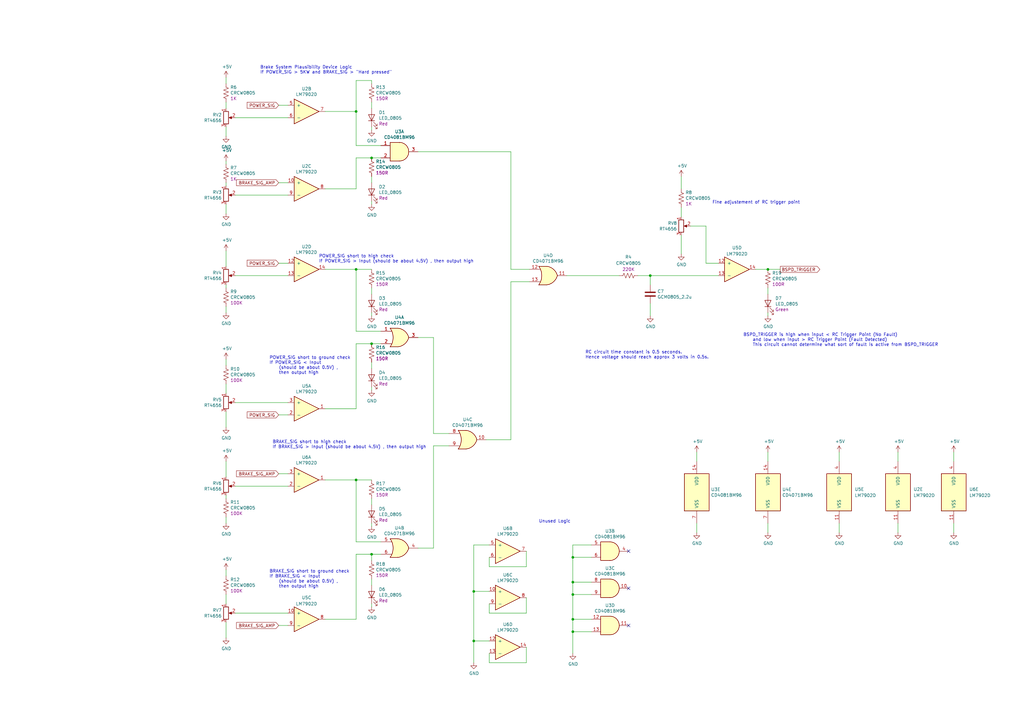
<source format=kicad_sch>
(kicad_sch (version 20211123) (generator eeschema)

  (uuid c9b9e62d-dede-4d1a-9a05-275614f8bdb2)

  (paper "A3")

  (lib_symbols
    (symbol "BSPD-rescue:LM7902D-UniSA_Motorsport_OpAmp" (pin_names (offset 1.016)) (in_bom yes) (on_board yes)
      (property "Reference" "U" (id 0) (at 7.62 0 0)
        (effects (font (size 1.27 1.27)))
      )
      (property "Value" "LM7902D-UniSA_Motorsport_OpAmp" (id 1) (at 10.16 -2.54 0)
        (effects (font (size 1.27 1.27)))
      )
      (property "Footprint" "UniSA_Motorsport_SO:SOIC-14" (id 2) (at 0 8.89 0)
        (effects (font (size 1.27 1.27)) hide)
      )
      (property "Datasheet" "" (id 3) (at 0 8.89 0)
        (effects (font (size 1.27 1.27)) hide)
      )
      (symbol "LM7902D-UniSA_Motorsport_OpAmp_1_1"
        (polyline
          (pts
            (xy -3.81 5.08)
            (xy 6.35 0)
            (xy -3.81 -5.08)
            (xy -3.81 5.08)
          )
          (stroke (width 0.254) (type default) (color 0 0 0 0))
          (fill (type background))
        )
        (pin output line (at 8.89 0 180) (length 2.54)
          (name "~" (effects (font (size 1.27 1.27))))
          (number "1" (effects (font (size 1.27 1.27))))
        )
        (pin input line (at -6.35 -2.54 0) (length 2.54)
          (name "-" (effects (font (size 1.27 1.27))))
          (number "2" (effects (font (size 1.27 1.27))))
        )
        (pin input line (at -6.35 2.54 0) (length 2.54)
          (name "+" (effects (font (size 1.27 1.27))))
          (number "3" (effects (font (size 1.27 1.27))))
        )
      )
      (symbol "LM7902D-UniSA_Motorsport_OpAmp_2_1"
        (polyline
          (pts
            (xy -3.81 5.08)
            (xy 6.35 0)
            (xy -3.81 -5.08)
            (xy -3.81 5.08)
          )
          (stroke (width 0.254) (type default) (color 0 0 0 0))
          (fill (type background))
        )
        (pin input line (at -6.35 2.54 0) (length 2.54)
          (name "+" (effects (font (size 1.27 1.27))))
          (number "5" (effects (font (size 1.27 1.27))))
        )
        (pin input line (at -6.35 -2.54 0) (length 2.54)
          (name "-" (effects (font (size 1.27 1.27))))
          (number "6" (effects (font (size 1.27 1.27))))
        )
        (pin output line (at 8.89 0 180) (length 2.54)
          (name "~" (effects (font (size 1.27 1.27))))
          (number "7" (effects (font (size 1.27 1.27))))
        )
      )
      (symbol "LM7902D-UniSA_Motorsport_OpAmp_3_1"
        (polyline
          (pts
            (xy -3.81 5.08)
            (xy 6.35 0)
            (xy -3.81 -5.08)
            (xy -3.81 5.08)
          )
          (stroke (width 0.254) (type default) (color 0 0 0 0))
          (fill (type background))
        )
        (pin input line (at -6.35 2.54 0) (length 2.54)
          (name "+" (effects (font (size 1.27 1.27))))
          (number "10" (effects (font (size 1.27 1.27))))
        )
        (pin output line (at 8.89 0 180) (length 2.54)
          (name "~" (effects (font (size 1.27 1.27))))
          (number "8" (effects (font (size 1.27 1.27))))
        )
        (pin input line (at -6.35 -2.54 0) (length 2.54)
          (name "-" (effects (font (size 1.27 1.27))))
          (number "9" (effects (font (size 1.27 1.27))))
        )
      )
      (symbol "LM7902D-UniSA_Motorsport_OpAmp_4_1"
        (polyline
          (pts
            (xy -3.81 5.08)
            (xy 6.35 0)
            (xy -3.81 -5.08)
            (xy -3.81 5.08)
          )
          (stroke (width 0.254) (type default) (color 0 0 0 0))
          (fill (type background))
        )
        (pin input line (at -6.35 2.54 0) (length 2.54)
          (name "+" (effects (font (size 1.27 1.27))))
          (number "12" (effects (font (size 1.27 1.27))))
        )
        (pin input line (at -6.35 -2.54 0) (length 2.54)
          (name "-" (effects (font (size 1.27 1.27))))
          (number "13" (effects (font (size 1.27 1.27))))
        )
        (pin output line (at 8.89 0 180) (length 2.54)
          (name "~" (effects (font (size 1.27 1.27))))
          (number "14" (effects (font (size 1.27 1.27))))
        )
      )
      (symbol "LM7902D-UniSA_Motorsport_OpAmp_5_1"
        (rectangle (start -5.08 7.62) (end 5.08 -7.62)
          (stroke (width 0.254) (type default) (color 0 0 0 0))
          (fill (type background))
        )
        (pin power_in line (at 0 -12.7 90) (length 5.08)
          (name "VSS" (effects (font (size 1.27 1.27))))
          (number "11" (effects (font (size 1.27 1.27))))
        )
        (pin power_in line (at 0 12.7 270) (length 5.08)
          (name "VDD" (effects (font (size 1.27 1.27))))
          (number "4" (effects (font (size 1.27 1.27))))
        )
      )
    )
    (symbol "Device:R_POT" (pin_names (offset 1.016) hide) (in_bom yes) (on_board yes)
      (property "Reference" "RV" (id 0) (at -4.445 0 90)
        (effects (font (size 1.27 1.27)))
      )
      (property "Value" "Device_R_POT" (id 1) (at -2.54 0 90)
        (effects (font (size 1.27 1.27)))
      )
      (property "Footprint" "" (id 2) (at 0 0 0)
        (effects (font (size 1.27 1.27)) hide)
      )
      (property "Datasheet" "" (id 3) (at 0 0 0)
        (effects (font (size 1.27 1.27)) hide)
      )
      (property "ki_fp_filters" "Potentiometer*" (id 4) (at 0 0 0)
        (effects (font (size 1.27 1.27)) hide)
      )
      (symbol "R_POT_0_1"
        (polyline
          (pts
            (xy 2.54 0)
            (xy 1.524 0)
          )
          (stroke (width 0) (type default) (color 0 0 0 0))
          (fill (type none))
        )
        (polyline
          (pts
            (xy 1.143 0)
            (xy 2.286 0.508)
            (xy 2.286 -0.508)
            (xy 1.143 0)
          )
          (stroke (width 0) (type default) (color 0 0 0 0))
          (fill (type outline))
        )
        (rectangle (start 1.016 2.54) (end -1.016 -2.54)
          (stroke (width 0.254) (type default) (color 0 0 0 0))
          (fill (type none))
        )
      )
      (symbol "R_POT_1_1"
        (pin passive line (at 0 3.81 270) (length 1.27)
          (name "1" (effects (font (size 1.27 1.27))))
          (number "1" (effects (font (size 1.27 1.27))))
        )
        (pin passive line (at 3.81 0 180) (length 1.27)
          (name "2" (effects (font (size 1.27 1.27))))
          (number "2" (effects (font (size 1.27 1.27))))
        )
        (pin passive line (at 0 -3.81 90) (length 1.27)
          (name "3" (effects (font (size 1.27 1.27))))
          (number "3" (effects (font (size 1.27 1.27))))
        )
      )
    )
    (symbol "UniSA_Motorsport_Capacitor:GCM0805_2.2u" (pin_numbers hide) (pin_names (offset 0.254)) (in_bom yes) (on_board yes)
      (property "Reference" "C" (id 0) (at 0.635 2.54 0)
        (effects (font (size 1.27 1.27)) (justify left))
      )
      (property "Value" "GCM0805_2.2u" (id 1) (at 0.635 -2.54 0)
        (effects (font (size 1.27 1.27)) (justify left))
      )
      (property "Footprint" "UniSA_Motorsport_Capacitor:0805" (id 2) (at 0.9652 -3.81 0)
        (effects (font (size 1.27 1.27)) hide)
      )
      (property "Datasheet" "https://au.mouser.com/datasheet/2/281/murata_03122018_GCM_Series-1310150.pdf" (id 3) (at 0 0 0)
        (effects (font (size 1.27 1.27)) hide)
      )
      (property "Voltage Rating" "16V" (id 4) (at 0 0 0)
        (effects (font (size 1.27 1.27)) hide)
      )
      (property "ki_keywords" "cap capacitor" (id 5) (at 0 0 0)
        (effects (font (size 1.27 1.27)) hide)
      )
      (property "ki_description" "Unpolarized capacitor" (id 6) (at 0 0 0)
        (effects (font (size 1.27 1.27)) hide)
      )
      (property "ki_fp_filters" "C_*" (id 7) (at 0 0 0)
        (effects (font (size 1.27 1.27)) hide)
      )
      (symbol "GCM0805_2.2u_0_1"
        (polyline
          (pts
            (xy -2.032 -0.762)
            (xy 2.032 -0.762)
          )
          (stroke (width 0.508) (type default) (color 0 0 0 0))
          (fill (type none))
        )
        (polyline
          (pts
            (xy -2.032 0.762)
            (xy 2.032 0.762)
          )
          (stroke (width 0.508) (type default) (color 0 0 0 0))
          (fill (type none))
        )
      )
      (symbol "GCM0805_2.2u_1_1"
        (pin passive line (at 0 3.81 270) (length 2.794)
          (name "~" (effects (font (size 1.27 1.27))))
          (number "1" (effects (font (size 1.27 1.27))))
        )
        (pin passive line (at 0 -3.81 90) (length 2.794)
          (name "~" (effects (font (size 1.27 1.27))))
          (number "2" (effects (font (size 1.27 1.27))))
        )
      )
    )
    (symbol "UniSA_Motorsport_Diode:LED_0805" (pin_numbers hide) (pin_names (offset 1.016) hide) (in_bom yes) (on_board yes)
      (property "Reference" "D" (id 0) (at 0 2.54 0)
        (effects (font (size 1.27 1.27)))
      )
      (property "Value" "LED_0805" (id 1) (at 0 -3.81 0)
        (effects (font (size 1.27 1.27)))
      )
      (property "Footprint" "UniSA_Motorsport_Diode:0805" (id 2) (at 0 0 0)
        (effects (font (size 1.27 1.27)) hide)
      )
      (property "Datasheet" "https://au.mouser.com/datasheet/2/109/Dialight_CBI_data_599-0805_Apr2018-1370606.pdf" (id 3) (at 0 0 0)
        (effects (font (size 1.27 1.27)) hide)
      )
      (property "Color" "Red, Blue, Green, Orange, Yellow" (id 4) (at 0 5.08 0)
        (effects (font (size 1.27 1.27)))
      )
      (property "ki_keywords" "LED diode" (id 5) (at 0 0 0)
        (effects (font (size 1.27 1.27)) hide)
      )
      (property "ki_description" "Light emitting diode" (id 6) (at 0 0 0)
        (effects (font (size 1.27 1.27)) hide)
      )
      (property "ki_fp_filters" "LED* LED_SMD:* LED_THT:*" (id 7) (at 0 0 0)
        (effects (font (size 1.27 1.27)) hide)
      )
      (symbol "LED_0805_0_1"
        (polyline
          (pts
            (xy -1.27 -1.27)
            (xy -1.27 1.27)
          )
          (stroke (width 0.2032) (type default) (color 0 0 0 0))
          (fill (type none))
        )
        (polyline
          (pts
            (xy -1.27 0)
            (xy 1.27 0)
          )
          (stroke (width 0) (type default) (color 0 0 0 0))
          (fill (type none))
        )
        (polyline
          (pts
            (xy 1.27 -1.27)
            (xy 1.27 1.27)
            (xy -1.27 0)
            (xy 1.27 -1.27)
          )
          (stroke (width 0.2032) (type default) (color 0 0 0 0))
          (fill (type none))
        )
        (polyline
          (pts
            (xy -3.048 -0.762)
            (xy -4.572 -2.286)
            (xy -3.81 -2.286)
            (xy -4.572 -2.286)
            (xy -4.572 -1.524)
          )
          (stroke (width 0) (type default) (color 0 0 0 0))
          (fill (type none))
        )
        (polyline
          (pts
            (xy -1.778 -0.762)
            (xy -3.302 -2.286)
            (xy -2.54 -2.286)
            (xy -3.302 -2.286)
            (xy -3.302 -1.524)
          )
          (stroke (width 0) (type default) (color 0 0 0 0))
          (fill (type none))
        )
      )
      (symbol "LED_0805_1_1"
        (pin passive line (at -3.81 0 0) (length 2.54)
          (name "K" (effects (font (size 1.27 1.27))))
          (number "1" (effects (font (size 1.27 1.27))))
        )
        (pin passive line (at 3.81 0 180) (length 2.54)
          (name "A" (effects (font (size 1.27 1.27))))
          (number "2" (effects (font (size 1.27 1.27))))
        )
      )
    )
    (symbol "UniSA_Motorsport_Logic:CD4071BM96" (pin_names (offset 1.016)) (in_bom yes) (on_board yes)
      (property "Reference" "U" (id 0) (at 0 1.27 0)
        (effects (font (size 1.27 1.27)))
      )
      (property "Value" "CD4071BM96" (id 1) (at 0 -1.27 0)
        (effects (font (size 1.27 1.27)))
      )
      (property "Footprint" "UniSA_Motorsport_SO:SOIC-14" (id 2) (at 0 0 0)
        (effects (font (size 1.27 1.27)) hide)
      )
      (property "Datasheet" "http://www.ti.com/lit/ds/symlink/cd4069ub.pdf?ts=1588337277788" (id 3) (at 0 0 0)
        (effects (font (size 1.27 1.27)) hide)
      )
      (property "ki_locked" "" (id 4) (at 0 0 0)
        (effects (font (size 1.27 1.27)))
      )
      (property "ki_keywords" "CMOS OR2" (id 5) (at 0 0 0)
        (effects (font (size 1.27 1.27)) hide)
      )
      (property "ki_description" "Quad Or 2 inputs" (id 6) (at 0 0 0)
        (effects (font (size 1.27 1.27)) hide)
      )
      (property "ki_fp_filters" "DIP?14*" (id 7) (at 0 0 0)
        (effects (font (size 1.27 1.27)) hide)
      )
      (symbol "CD4071BM96_1_1"
        (arc (start -3.81 -3.81) (mid -2.589 0) (end -3.81 3.81)
          (stroke (width 0.254) (type default) (color 0 0 0 0))
          (fill (type none))
        )
        (arc (start -0.6096 -3.81) (mid 2.1855 -2.584) (end 3.81 0)
          (stroke (width 0.254) (type default) (color 0 0 0 0))
          (fill (type background))
        )
        (polyline
          (pts
            (xy -3.81 -3.81)
            (xy -0.635 -3.81)
          )
          (stroke (width 0.254) (type default) (color 0 0 0 0))
          (fill (type background))
        )
        (polyline
          (pts
            (xy -3.81 3.81)
            (xy -0.635 3.81)
          )
          (stroke (width 0.254) (type default) (color 0 0 0 0))
          (fill (type background))
        )
        (polyline
          (pts
            (xy -0.635 3.81)
            (xy -3.81 3.81)
            (xy -3.81 3.81)
            (xy -3.556 3.4036)
            (xy -3.0226 2.2606)
            (xy -2.6924 1.0414)
            (xy -2.6162 -0.254)
            (xy -2.7686 -1.4986)
            (xy -3.175 -2.7178)
            (xy -3.81 -3.81)
            (xy -3.81 -3.81)
            (xy -0.635 -3.81)
          )
          (stroke (width -25.4) (type default) (color 0 0 0 0))
          (fill (type background))
        )
        (arc (start 3.81 0) (mid 2.1928 2.5925) (end -0.6096 3.81)
          (stroke (width 0.254) (type default) (color 0 0 0 0))
          (fill (type background))
        )
        (pin input line (at -7.62 2.54 0) (length 4.318)
          (name "~" (effects (font (size 1.27 1.27))))
          (number "1" (effects (font (size 1.27 1.27))))
        )
        (pin input line (at -7.62 -2.54 0) (length 4.318)
          (name "~" (effects (font (size 1.27 1.27))))
          (number "2" (effects (font (size 1.27 1.27))))
        )
        (pin output line (at 7.62 0 180) (length 3.81)
          (name "~" (effects (font (size 1.27 1.27))))
          (number "3" (effects (font (size 1.27 1.27))))
        )
      )
      (symbol "CD4071BM96_1_2"
        (arc (start 0 -3.81) (mid 3.81 0) (end 0 3.81)
          (stroke (width 0.254) (type default) (color 0 0 0 0))
          (fill (type background))
        )
        (polyline
          (pts
            (xy 0 3.81)
            (xy -3.81 3.81)
            (xy -3.81 -3.81)
            (xy 0 -3.81)
          )
          (stroke (width 0.254) (type default) (color 0 0 0 0))
          (fill (type background))
        )
        (pin input inverted (at -7.62 2.54 0) (length 3.81)
          (name "~" (effects (font (size 1.27 1.27))))
          (number "1" (effects (font (size 1.27 1.27))))
        )
        (pin input inverted (at -7.62 -2.54 0) (length 3.81)
          (name "~" (effects (font (size 1.27 1.27))))
          (number "2" (effects (font (size 1.27 1.27))))
        )
        (pin output inverted (at 7.62 0 180) (length 3.81)
          (name "~" (effects (font (size 1.27 1.27))))
          (number "3" (effects (font (size 1.27 1.27))))
        )
      )
      (symbol "CD4071BM96_2_1"
        (arc (start -3.81 -3.81) (mid -2.589 0) (end -3.81 3.81)
          (stroke (width 0.254) (type default) (color 0 0 0 0))
          (fill (type none))
        )
        (arc (start -0.6096 -3.81) (mid 2.1855 -2.584) (end 3.81 0)
          (stroke (width 0.254) (type default) (color 0 0 0 0))
          (fill (type background))
        )
        (polyline
          (pts
            (xy -3.81 -3.81)
            (xy -0.635 -3.81)
          )
          (stroke (width 0.254) (type default) (color 0 0 0 0))
          (fill (type background))
        )
        (polyline
          (pts
            (xy -3.81 3.81)
            (xy -0.635 3.81)
          )
          (stroke (width 0.254) (type default) (color 0 0 0 0))
          (fill (type background))
        )
        (polyline
          (pts
            (xy -0.635 3.81)
            (xy -3.81 3.81)
            (xy -3.81 3.81)
            (xy -3.556 3.4036)
            (xy -3.0226 2.2606)
            (xy -2.6924 1.0414)
            (xy -2.6162 -0.254)
            (xy -2.7686 -1.4986)
            (xy -3.175 -2.7178)
            (xy -3.81 -3.81)
            (xy -3.81 -3.81)
            (xy -0.635 -3.81)
          )
          (stroke (width -25.4) (type default) (color 0 0 0 0))
          (fill (type background))
        )
        (arc (start 3.81 0) (mid 2.1928 2.5925) (end -0.6096 3.81)
          (stroke (width 0.254) (type default) (color 0 0 0 0))
          (fill (type background))
        )
        (pin output line (at 7.62 0 180) (length 3.81)
          (name "~" (effects (font (size 1.27 1.27))))
          (number "4" (effects (font (size 1.27 1.27))))
        )
        (pin input line (at -7.62 2.54 0) (length 4.318)
          (name "~" (effects (font (size 1.27 1.27))))
          (number "5" (effects (font (size 1.27 1.27))))
        )
        (pin input line (at -7.62 -2.54 0) (length 4.318)
          (name "~" (effects (font (size 1.27 1.27))))
          (number "6" (effects (font (size 1.27 1.27))))
        )
      )
      (symbol "CD4071BM96_2_2"
        (arc (start 0 -3.81) (mid 3.81 0) (end 0 3.81)
          (stroke (width 0.254) (type default) (color 0 0 0 0))
          (fill (type background))
        )
        (polyline
          (pts
            (xy 0 3.81)
            (xy -3.81 3.81)
            (xy -3.81 -3.81)
            (xy 0 -3.81)
          )
          (stroke (width 0.254) (type default) (color 0 0 0 0))
          (fill (type background))
        )
        (pin output inverted (at 7.62 0 180) (length 3.81)
          (name "~" (effects (font (size 1.27 1.27))))
          (number "4" (effects (font (size 1.27 1.27))))
        )
        (pin input inverted (at -7.62 2.54 0) (length 3.81)
          (name "~" (effects (font (size 1.27 1.27))))
          (number "5" (effects (font (size 1.27 1.27))))
        )
        (pin input inverted (at -7.62 -2.54 0) (length 3.81)
          (name "~" (effects (font (size 1.27 1.27))))
          (number "6" (effects (font (size 1.27 1.27))))
        )
      )
      (symbol "CD4071BM96_3_1"
        (arc (start -3.81 -3.81) (mid -2.589 0) (end -3.81 3.81)
          (stroke (width 0.254) (type default) (color 0 0 0 0))
          (fill (type none))
        )
        (arc (start -0.6096 -3.81) (mid 2.1855 -2.584) (end 3.81 0)
          (stroke (width 0.254) (type default) (color 0 0 0 0))
          (fill (type background))
        )
        (polyline
          (pts
            (xy -3.81 -3.81)
            (xy -0.635 -3.81)
          )
          (stroke (width 0.254) (type default) (color 0 0 0 0))
          (fill (type background))
        )
        (polyline
          (pts
            (xy -3.81 3.81)
            (xy -0.635 3.81)
          )
          (stroke (width 0.254) (type default) (color 0 0 0 0))
          (fill (type background))
        )
        (polyline
          (pts
            (xy -0.635 3.81)
            (xy -3.81 3.81)
            (xy -3.81 3.81)
            (xy -3.556 3.4036)
            (xy -3.0226 2.2606)
            (xy -2.6924 1.0414)
            (xy -2.6162 -0.254)
            (xy -2.7686 -1.4986)
            (xy -3.175 -2.7178)
            (xy -3.81 -3.81)
            (xy -3.81 -3.81)
            (xy -0.635 -3.81)
          )
          (stroke (width -25.4) (type default) (color 0 0 0 0))
          (fill (type background))
        )
        (arc (start 3.81 0) (mid 2.1928 2.5925) (end -0.6096 3.81)
          (stroke (width 0.254) (type default) (color 0 0 0 0))
          (fill (type background))
        )
        (pin output line (at 7.62 0 180) (length 3.81)
          (name "~" (effects (font (size 1.27 1.27))))
          (number "10" (effects (font (size 1.27 1.27))))
        )
        (pin input line (at -7.62 2.54 0) (length 4.318)
          (name "~" (effects (font (size 1.27 1.27))))
          (number "8" (effects (font (size 1.27 1.27))))
        )
        (pin input line (at -7.62 -2.54 0) (length 4.318)
          (name "~" (effects (font (size 1.27 1.27))))
          (number "9" (effects (font (size 1.27 1.27))))
        )
      )
      (symbol "CD4071BM96_3_2"
        (arc (start 0 -3.81) (mid 3.81 0) (end 0 3.81)
          (stroke (width 0.254) (type default) (color 0 0 0 0))
          (fill (type background))
        )
        (polyline
          (pts
            (xy 0 3.81)
            (xy -3.81 3.81)
            (xy -3.81 -3.81)
            (xy 0 -3.81)
          )
          (stroke (width 0.254) (type default) (color 0 0 0 0))
          (fill (type background))
        )
        (pin output inverted (at 7.62 0 180) (length 3.81)
          (name "~" (effects (font (size 1.27 1.27))))
          (number "10" (effects (font (size 1.27 1.27))))
        )
        (pin input inverted (at -7.62 2.54 0) (length 3.81)
          (name "~" (effects (font (size 1.27 1.27))))
          (number "8" (effects (font (size 1.27 1.27))))
        )
        (pin input inverted (at -7.62 -2.54 0) (length 3.81)
          (name "~" (effects (font (size 1.27 1.27))))
          (number "9" (effects (font (size 1.27 1.27))))
        )
      )
      (symbol "CD4071BM96_4_1"
        (arc (start -3.81 -3.81) (mid -2.589 0) (end -3.81 3.81)
          (stroke (width 0.254) (type default) (color 0 0 0 0))
          (fill (type none))
        )
        (arc (start -0.6096 -3.81) (mid 2.1855 -2.584) (end 3.81 0)
          (stroke (width 0.254) (type default) (color 0 0 0 0))
          (fill (type background))
        )
        (polyline
          (pts
            (xy -3.81 -3.81)
            (xy -0.635 -3.81)
          )
          (stroke (width 0.254) (type default) (color 0 0 0 0))
          (fill (type background))
        )
        (polyline
          (pts
            (xy -3.81 3.81)
            (xy -0.635 3.81)
          )
          (stroke (width 0.254) (type default) (color 0 0 0 0))
          (fill (type background))
        )
        (polyline
          (pts
            (xy -0.635 3.81)
            (xy -3.81 3.81)
            (xy -3.81 3.81)
            (xy -3.556 3.4036)
            (xy -3.0226 2.2606)
            (xy -2.6924 1.0414)
            (xy -2.6162 -0.254)
            (xy -2.7686 -1.4986)
            (xy -3.175 -2.7178)
            (xy -3.81 -3.81)
            (xy -3.81 -3.81)
            (xy -0.635 -3.81)
          )
          (stroke (width -25.4) (type default) (color 0 0 0 0))
          (fill (type background))
        )
        (arc (start 3.81 0) (mid 2.1928 2.5925) (end -0.6096 3.81)
          (stroke (width 0.254) (type default) (color 0 0 0 0))
          (fill (type background))
        )
        (pin output line (at 7.62 0 180) (length 3.81)
          (name "~" (effects (font (size 1.27 1.27))))
          (number "11" (effects (font (size 1.27 1.27))))
        )
        (pin input line (at -7.62 2.54 0) (length 4.318)
          (name "~" (effects (font (size 1.27 1.27))))
          (number "12" (effects (font (size 1.27 1.27))))
        )
        (pin input line (at -7.62 -2.54 0) (length 4.318)
          (name "~" (effects (font (size 1.27 1.27))))
          (number "13" (effects (font (size 1.27 1.27))))
        )
      )
      (symbol "CD4071BM96_4_2"
        (arc (start 0 -3.81) (mid 3.81 0) (end 0 3.81)
          (stroke (width 0.254) (type default) (color 0 0 0 0))
          (fill (type background))
        )
        (polyline
          (pts
            (xy 0 3.81)
            (xy -3.81 3.81)
            (xy -3.81 -3.81)
            (xy 0 -3.81)
          )
          (stroke (width 0.254) (type default) (color 0 0 0 0))
          (fill (type background))
        )
        (pin output inverted (at 7.62 0 180) (length 3.81)
          (name "~" (effects (font (size 1.27 1.27))))
          (number "11" (effects (font (size 1.27 1.27))))
        )
        (pin input inverted (at -7.62 2.54 0) (length 3.81)
          (name "~" (effects (font (size 1.27 1.27))))
          (number "12" (effects (font (size 1.27 1.27))))
        )
        (pin input inverted (at -7.62 -2.54 0) (length 3.81)
          (name "~" (effects (font (size 1.27 1.27))))
          (number "13" (effects (font (size 1.27 1.27))))
        )
      )
      (symbol "CD4071BM96_5_0"
        (pin power_in line (at 0 12.7 270) (length 5.08)
          (name "VDD" (effects (font (size 1.27 1.27))))
          (number "14" (effects (font (size 1.27 1.27))))
        )
        (pin power_in line (at 0 -12.7 90) (length 5.08)
          (name "VSS" (effects (font (size 1.27 1.27))))
          (number "7" (effects (font (size 1.27 1.27))))
        )
      )
      (symbol "CD4071BM96_5_1"
        (rectangle (start -5.08 7.62) (end 5.08 -7.62)
          (stroke (width 0.254) (type default) (color 0 0 0 0))
          (fill (type background))
        )
      )
    )
    (symbol "UniSA_Motorsport_Logic:CD4081BM96" (pin_names (offset 1.016)) (in_bom yes) (on_board yes)
      (property "Reference" "U" (id 0) (at 0 1.27 0)
        (effects (font (size 1.27 1.27)))
      )
      (property "Value" "CD4081BM96" (id 1) (at 0 -1.27 0)
        (effects (font (size 1.27 1.27)))
      )
      (property "Footprint" "UniSA_Motorsport_SO:SOIC-14" (id 2) (at 0 0 0)
        (effects (font (size 1.27 1.27)) hide)
      )
      (property "Datasheet" "http://www.ti.com/lit/ds/symlink/cd4069ub.pdf?ts=1588337277788" (id 3) (at 0 0 0)
        (effects (font (size 1.27 1.27)) hide)
      )
      (property "ki_locked" "" (id 4) (at 0 0 0)
        (effects (font (size 1.27 1.27)))
      )
      (property "ki_keywords" "CMOS And2" (id 5) (at 0 0 0)
        (effects (font (size 1.27 1.27)) hide)
      )
      (property "ki_description" "Quad And 2 inputs" (id 6) (at 0 0 0)
        (effects (font (size 1.27 1.27)) hide)
      )
      (property "ki_fp_filters" "DIP?14*" (id 7) (at 0 0 0)
        (effects (font (size 1.27 1.27)) hide)
      )
      (symbol "CD4081BM96_1_1"
        (arc (start 0 -3.81) (mid 3.81 0) (end 0 3.81)
          (stroke (width 0.254) (type default) (color 0 0 0 0))
          (fill (type background))
        )
        (polyline
          (pts
            (xy 0 3.81)
            (xy -3.81 3.81)
            (xy -3.81 -3.81)
            (xy 0 -3.81)
          )
          (stroke (width 0.254) (type default) (color 0 0 0 0))
          (fill (type background))
        )
        (pin input line (at -7.62 2.54 0) (length 3.81)
          (name "~" (effects (font (size 1.27 1.27))))
          (number "1" (effects (font (size 1.27 1.27))))
        )
        (pin input line (at -7.62 -2.54 0) (length 3.81)
          (name "~" (effects (font (size 1.27 1.27))))
          (number "2" (effects (font (size 1.27 1.27))))
        )
        (pin output line (at 7.62 0 180) (length 3.81)
          (name "~" (effects (font (size 1.27 1.27))))
          (number "3" (effects (font (size 1.27 1.27))))
        )
      )
      (symbol "CD4081BM96_1_2"
        (arc (start -3.81 -3.81) (mid -2.589 0) (end -3.81 3.81)
          (stroke (width 0.254) (type default) (color 0 0 0 0))
          (fill (type none))
        )
        (arc (start -0.6096 -3.81) (mid 2.1855 -2.584) (end 3.81 0)
          (stroke (width 0.254) (type default) (color 0 0 0 0))
          (fill (type background))
        )
        (polyline
          (pts
            (xy -3.81 -3.81)
            (xy -0.635 -3.81)
          )
          (stroke (width 0.254) (type default) (color 0 0 0 0))
          (fill (type background))
        )
        (polyline
          (pts
            (xy -3.81 3.81)
            (xy -0.635 3.81)
          )
          (stroke (width 0.254) (type default) (color 0 0 0 0))
          (fill (type background))
        )
        (polyline
          (pts
            (xy -0.635 3.81)
            (xy -3.81 3.81)
            (xy -3.81 3.81)
            (xy -3.556 3.4036)
            (xy -3.0226 2.2606)
            (xy -2.6924 1.0414)
            (xy -2.6162 -0.254)
            (xy -2.7686 -1.4986)
            (xy -3.175 -2.7178)
            (xy -3.81 -3.81)
            (xy -3.81 -3.81)
            (xy -0.635 -3.81)
          )
          (stroke (width -25.4) (type default) (color 0 0 0 0))
          (fill (type background))
        )
        (arc (start 3.81 0) (mid 2.1928 2.5925) (end -0.6096 3.81)
          (stroke (width 0.254) (type default) (color 0 0 0 0))
          (fill (type background))
        )
        (pin input inverted (at -7.62 2.54 0) (length 4.318)
          (name "~" (effects (font (size 1.27 1.27))))
          (number "1" (effects (font (size 1.27 1.27))))
        )
        (pin input inverted (at -7.62 -2.54 0) (length 4.318)
          (name "~" (effects (font (size 1.27 1.27))))
          (number "2" (effects (font (size 1.27 1.27))))
        )
        (pin output inverted (at 7.62 0 180) (length 3.81)
          (name "~" (effects (font (size 1.27 1.27))))
          (number "3" (effects (font (size 1.27 1.27))))
        )
      )
      (symbol "CD4081BM96_2_1"
        (arc (start 0 -3.81) (mid 3.81 0) (end 0 3.81)
          (stroke (width 0.254) (type default) (color 0 0 0 0))
          (fill (type background))
        )
        (polyline
          (pts
            (xy 0 3.81)
            (xy -3.81 3.81)
            (xy -3.81 -3.81)
            (xy 0 -3.81)
          )
          (stroke (width 0.254) (type default) (color 0 0 0 0))
          (fill (type background))
        )
        (pin output line (at 7.62 0 180) (length 3.81)
          (name "~" (effects (font (size 1.27 1.27))))
          (number "4" (effects (font (size 1.27 1.27))))
        )
        (pin input line (at -7.62 2.54 0) (length 3.81)
          (name "~" (effects (font (size 1.27 1.27))))
          (number "5" (effects (font (size 1.27 1.27))))
        )
        (pin input line (at -7.62 -2.54 0) (length 3.81)
          (name "~" (effects (font (size 1.27 1.27))))
          (number "6" (effects (font (size 1.27 1.27))))
        )
      )
      (symbol "CD4081BM96_2_2"
        (arc (start -3.81 -3.81) (mid -2.589 0) (end -3.81 3.81)
          (stroke (width 0.254) (type default) (color 0 0 0 0))
          (fill (type none))
        )
        (arc (start -0.6096 -3.81) (mid 2.1855 -2.584) (end 3.81 0)
          (stroke (width 0.254) (type default) (color 0 0 0 0))
          (fill (type background))
        )
        (polyline
          (pts
            (xy -3.81 -3.81)
            (xy -0.635 -3.81)
          )
          (stroke (width 0.254) (type default) (color 0 0 0 0))
          (fill (type background))
        )
        (polyline
          (pts
            (xy -3.81 3.81)
            (xy -0.635 3.81)
          )
          (stroke (width 0.254) (type default) (color 0 0 0 0))
          (fill (type background))
        )
        (polyline
          (pts
            (xy -0.635 3.81)
            (xy -3.81 3.81)
            (xy -3.81 3.81)
            (xy -3.556 3.4036)
            (xy -3.0226 2.2606)
            (xy -2.6924 1.0414)
            (xy -2.6162 -0.254)
            (xy -2.7686 -1.4986)
            (xy -3.175 -2.7178)
            (xy -3.81 -3.81)
            (xy -3.81 -3.81)
            (xy -0.635 -3.81)
          )
          (stroke (width -25.4) (type default) (color 0 0 0 0))
          (fill (type background))
        )
        (arc (start 3.81 0) (mid 2.1928 2.5925) (end -0.6096 3.81)
          (stroke (width 0.254) (type default) (color 0 0 0 0))
          (fill (type background))
        )
        (pin output inverted (at 7.62 0 180) (length 3.81)
          (name "~" (effects (font (size 1.27 1.27))))
          (number "4" (effects (font (size 1.27 1.27))))
        )
        (pin input inverted (at -7.62 2.54 0) (length 4.318)
          (name "~" (effects (font (size 1.27 1.27))))
          (number "5" (effects (font (size 1.27 1.27))))
        )
        (pin input inverted (at -7.62 -2.54 0) (length 4.318)
          (name "~" (effects (font (size 1.27 1.27))))
          (number "6" (effects (font (size 1.27 1.27))))
        )
      )
      (symbol "CD4081BM96_3_1"
        (arc (start 0 -3.81) (mid 3.81 0) (end 0 3.81)
          (stroke (width 0.254) (type default) (color 0 0 0 0))
          (fill (type background))
        )
        (polyline
          (pts
            (xy 0 3.81)
            (xy -3.81 3.81)
            (xy -3.81 -3.81)
            (xy 0 -3.81)
          )
          (stroke (width 0.254) (type default) (color 0 0 0 0))
          (fill (type background))
        )
        (pin output line (at 7.62 0 180) (length 3.81)
          (name "~" (effects (font (size 1.27 1.27))))
          (number "10" (effects (font (size 1.27 1.27))))
        )
        (pin input line (at -7.62 2.54 0) (length 3.81)
          (name "~" (effects (font (size 1.27 1.27))))
          (number "8" (effects (font (size 1.27 1.27))))
        )
        (pin input line (at -7.62 -2.54 0) (length 3.81)
          (name "~" (effects (font (size 1.27 1.27))))
          (number "9" (effects (font (size 1.27 1.27))))
        )
      )
      (symbol "CD4081BM96_3_2"
        (arc (start -3.81 -3.81) (mid -2.589 0) (end -3.81 3.81)
          (stroke (width 0.254) (type default) (color 0 0 0 0))
          (fill (type none))
        )
        (arc (start -0.6096 -3.81) (mid 2.1855 -2.584) (end 3.81 0)
          (stroke (width 0.254) (type default) (color 0 0 0 0))
          (fill (type background))
        )
        (polyline
          (pts
            (xy -3.81 -3.81)
            (xy -0.635 -3.81)
          )
          (stroke (width 0.254) (type default) (color 0 0 0 0))
          (fill (type background))
        )
        (polyline
          (pts
            (xy -3.81 3.81)
            (xy -0.635 3.81)
          )
          (stroke (width 0.254) (type default) (color 0 0 0 0))
          (fill (type background))
        )
        (polyline
          (pts
            (xy -0.635 3.81)
            (xy -3.81 3.81)
            (xy -3.81 3.81)
            (xy -3.556 3.4036)
            (xy -3.0226 2.2606)
            (xy -2.6924 1.0414)
            (xy -2.6162 -0.254)
            (xy -2.7686 -1.4986)
            (xy -3.175 -2.7178)
            (xy -3.81 -3.81)
            (xy -3.81 -3.81)
            (xy -0.635 -3.81)
          )
          (stroke (width -25.4) (type default) (color 0 0 0 0))
          (fill (type background))
        )
        (arc (start 3.81 0) (mid 2.1928 2.5925) (end -0.6096 3.81)
          (stroke (width 0.254) (type default) (color 0 0 0 0))
          (fill (type background))
        )
        (pin output inverted (at 7.62 0 180) (length 3.81)
          (name "~" (effects (font (size 1.27 1.27))))
          (number "10" (effects (font (size 1.27 1.27))))
        )
        (pin input inverted (at -7.62 2.54 0) (length 4.318)
          (name "~" (effects (font (size 1.27 1.27))))
          (number "8" (effects (font (size 1.27 1.27))))
        )
        (pin input inverted (at -7.62 -2.54 0) (length 4.318)
          (name "~" (effects (font (size 1.27 1.27))))
          (number "9" (effects (font (size 1.27 1.27))))
        )
      )
      (symbol "CD4081BM96_4_1"
        (arc (start 0 -3.81) (mid 3.81 0) (end 0 3.81)
          (stroke (width 0.254) (type default) (color 0 0 0 0))
          (fill (type background))
        )
        (polyline
          (pts
            (xy 0 3.81)
            (xy -3.81 3.81)
            (xy -3.81 -3.81)
            (xy 0 -3.81)
          )
          (stroke (width 0.254) (type default) (color 0 0 0 0))
          (fill (type background))
        )
        (pin output line (at 7.62 0 180) (length 3.81)
          (name "~" (effects (font (size 1.27 1.27))))
          (number "11" (effects (font (size 1.27 1.27))))
        )
        (pin input line (at -7.62 2.54 0) (length 3.81)
          (name "~" (effects (font (size 1.27 1.27))))
          (number "12" (effects (font (size 1.27 1.27))))
        )
        (pin input line (at -7.62 -2.54 0) (length 3.81)
          (name "~" (effects (font (size 1.27 1.27))))
          (number "13" (effects (font (size 1.27 1.27))))
        )
      )
      (symbol "CD4081BM96_4_2"
        (arc (start -3.81 -3.81) (mid -2.589 0) (end -3.81 3.81)
          (stroke (width 0.254) (type default) (color 0 0 0 0))
          (fill (type none))
        )
        (arc (start -0.6096 -3.81) (mid 2.1855 -2.584) (end 3.81 0)
          (stroke (width 0.254) (type default) (color 0 0 0 0))
          (fill (type background))
        )
        (polyline
          (pts
            (xy -3.81 -3.81)
            (xy -0.635 -3.81)
          )
          (stroke (width 0.254) (type default) (color 0 0 0 0))
          (fill (type background))
        )
        (polyline
          (pts
            (xy -3.81 3.81)
            (xy -0.635 3.81)
          )
          (stroke (width 0.254) (type default) (color 0 0 0 0))
          (fill (type background))
        )
        (polyline
          (pts
            (xy -0.635 3.81)
            (xy -3.81 3.81)
            (xy -3.81 3.81)
            (xy -3.556 3.4036)
            (xy -3.0226 2.2606)
            (xy -2.6924 1.0414)
            (xy -2.6162 -0.254)
            (xy -2.7686 -1.4986)
            (xy -3.175 -2.7178)
            (xy -3.81 -3.81)
            (xy -3.81 -3.81)
            (xy -0.635 -3.81)
          )
          (stroke (width -25.4) (type default) (color 0 0 0 0))
          (fill (type background))
        )
        (arc (start 3.81 0) (mid 2.1928 2.5925) (end -0.6096 3.81)
          (stroke (width 0.254) (type default) (color 0 0 0 0))
          (fill (type background))
        )
        (pin output inverted (at 7.62 0 180) (length 3.81)
          (name "~" (effects (font (size 1.27 1.27))))
          (number "11" (effects (font (size 1.27 1.27))))
        )
        (pin input inverted (at -7.62 2.54 0) (length 4.318)
          (name "~" (effects (font (size 1.27 1.27))))
          (number "12" (effects (font (size 1.27 1.27))))
        )
        (pin input inverted (at -7.62 -2.54 0) (length 4.318)
          (name "~" (effects (font (size 1.27 1.27))))
          (number "13" (effects (font (size 1.27 1.27))))
        )
      )
      (symbol "CD4081BM96_5_0"
        (pin power_in line (at 0 12.7 270) (length 5.08)
          (name "VDD" (effects (font (size 1.27 1.27))))
          (number "14" (effects (font (size 1.27 1.27))))
        )
        (pin power_in line (at 0 -12.7 90) (length 5.08)
          (name "VSS" (effects (font (size 1.27 1.27))))
          (number "7" (effects (font (size 1.27 1.27))))
        )
      )
      (symbol "CD4081BM96_5_1"
        (rectangle (start -5.08 7.62) (end 5.08 -7.62)
          (stroke (width 0.254) (type default) (color 0 0 0 0))
          (fill (type background))
        )
      )
    )
    (symbol "UniSA_Motorsport_Resistor:CRCW0805" (pin_numbers hide) (pin_names (offset 0)) (in_bom yes) (on_board yes)
      (property "Reference" "R" (id 0) (at 2.54 0 90)
        (effects (font (size 1.27 1.27)))
      )
      (property "Value" "CRCW0805" (id 1) (at -2.54 0 90)
        (effects (font (size 1.27 1.27)))
      )
      (property "Footprint" "UniSA_Motorsport_Resistor:0805" (id 2) (at 1.016 -0.254 90)
        (effects (font (size 1.27 1.27)) hide)
      )
      (property "Datasheet" "https://au.mouser.com/datasheet/2/427/dcrcwe3-1762152.pdf" (id 3) (at 0 0 0)
        (effects (font (size 1.27 1.27)) hide)
      )
      (property "Resistance" "Give a E24 value" (id 4) (at 5.08 0 90)
        (effects (font (size 1.27 1.27)))
      )
      (property "Voltage Rating" "150V" (id 5) (at 0 0 0)
        (effects (font (size 1.27 1.27)) hide)
      )
      (property "Power Rating" "125mW" (id 6) (at 0 0 0)
        (effects (font (size 1.27 1.27)) hide)
      )
      (property "E24 Values" "http://www.ohmslawcalculator.com/e24-resistor-sizes" (id 7) (at 1.27 0 90)
        (effects (font (size 1.27 1.27)) hide)
      )
      (property "ki_keywords" "R res resistor" (id 8) (at 0 0 0)
        (effects (font (size 1.27 1.27)) hide)
      )
      (property "ki_description" "Resistor, US symbol" (id 9) (at 0 0 0)
        (effects (font (size 1.27 1.27)) hide)
      )
      (property "ki_fp_filters" "R_*" (id 10) (at 0 0 0)
        (effects (font (size 1.27 1.27)) hide)
      )
      (symbol "CRCW0805_0_1"
        (polyline
          (pts
            (xy 0 -2.286)
            (xy 0 -2.54)
          )
          (stroke (width 0) (type default) (color 0 0 0 0))
          (fill (type none))
        )
        (polyline
          (pts
            (xy 0 2.286)
            (xy 0 2.54)
          )
          (stroke (width 0) (type default) (color 0 0 0 0))
          (fill (type none))
        )
        (polyline
          (pts
            (xy 0 -0.762)
            (xy 1.016 -1.143)
            (xy 0 -1.524)
            (xy -1.016 -1.905)
            (xy 0 -2.286)
          )
          (stroke (width 0) (type default) (color 0 0 0 0))
          (fill (type none))
        )
        (polyline
          (pts
            (xy 0 0.762)
            (xy 1.016 0.381)
            (xy 0 0)
            (xy -1.016 -0.381)
            (xy 0 -0.762)
          )
          (stroke (width 0) (type default) (color 0 0 0 0))
          (fill (type none))
        )
        (polyline
          (pts
            (xy 0 2.286)
            (xy 1.016 1.905)
            (xy 0 1.524)
            (xy -1.016 1.143)
            (xy 0 0.762)
          )
          (stroke (width 0) (type default) (color 0 0 0 0))
          (fill (type none))
        )
      )
      (symbol "CRCW0805_1_1"
        (pin passive line (at 0 3.81 270) (length 1.27)
          (name "~" (effects (font (size 1.27 1.27))))
          (number "1" (effects (font (size 1.27 1.27))))
        )
        (pin passive line (at 0 -3.81 90) (length 1.27)
          (name "~" (effects (font (size 1.27 1.27))))
          (number "2" (effects (font (size 1.27 1.27))))
        )
      )
    )
    (symbol "power:+5V" (power) (pin_names (offset 0)) (in_bom yes) (on_board yes)
      (property "Reference" "#PWR" (id 0) (at 0 -3.81 0)
        (effects (font (size 1.27 1.27)) hide)
      )
      (property "Value" "+5V" (id 1) (at 0 3.556 0)
        (effects (font (size 1.27 1.27)))
      )
      (property "Footprint" "" (id 2) (at 0 0 0)
        (effects (font (size 1.27 1.27)) hide)
      )
      (property "Datasheet" "" (id 3) (at 0 0 0)
        (effects (font (size 1.27 1.27)) hide)
      )
      (property "ki_keywords" "power-flag" (id 4) (at 0 0 0)
        (effects (font (size 1.27 1.27)) hide)
      )
      (property "ki_description" "Power symbol creates a global label with name \"+5V\"" (id 5) (at 0 0 0)
        (effects (font (size 1.27 1.27)) hide)
      )
      (symbol "+5V_0_1"
        (polyline
          (pts
            (xy -0.762 1.27)
            (xy 0 2.54)
          )
          (stroke (width 0) (type default) (color 0 0 0 0))
          (fill (type none))
        )
        (polyline
          (pts
            (xy 0 0)
            (xy 0 2.54)
          )
          (stroke (width 0) (type default) (color 0 0 0 0))
          (fill (type none))
        )
        (polyline
          (pts
            (xy 0 2.54)
            (xy 0.762 1.27)
          )
          (stroke (width 0) (type default) (color 0 0 0 0))
          (fill (type none))
        )
      )
      (symbol "+5V_1_1"
        (pin power_in line (at 0 0 90) (length 0) hide
          (name "+5V" (effects (font (size 1.27 1.27))))
          (number "1" (effects (font (size 1.27 1.27))))
        )
      )
    )
    (symbol "power:GND" (power) (pin_names (offset 0)) (in_bom yes) (on_board yes)
      (property "Reference" "#PWR" (id 0) (at 0 -6.35 0)
        (effects (font (size 1.27 1.27)) hide)
      )
      (property "Value" "GND" (id 1) (at 0 -3.81 0)
        (effects (font (size 1.27 1.27)))
      )
      (property "Footprint" "" (id 2) (at 0 0 0)
        (effects (font (size 1.27 1.27)) hide)
      )
      (property "Datasheet" "" (id 3) (at 0 0 0)
        (effects (font (size 1.27 1.27)) hide)
      )
      (property "ki_keywords" "power-flag" (id 4) (at 0 0 0)
        (effects (font (size 1.27 1.27)) hide)
      )
      (property "ki_description" "Power symbol creates a global label with name \"GND\" , ground" (id 5) (at 0 0 0)
        (effects (font (size 1.27 1.27)) hide)
      )
      (symbol "GND_0_1"
        (polyline
          (pts
            (xy 0 0)
            (xy 0 -1.27)
            (xy 1.27 -1.27)
            (xy 0 -2.54)
            (xy -1.27 -1.27)
            (xy 0 -1.27)
          )
          (stroke (width 0) (type default) (color 0 0 0 0))
          (fill (type none))
        )
      )
      (symbol "GND_1_1"
        (pin power_in line (at 0 0 270) (length 0) hide
          (name "GND" (effects (font (size 1.27 1.27))))
          (number "1" (effects (font (size 1.27 1.27))))
        )
      )
    )
  )

  (junction (at 314.96 110.49) (diameter 0) (color 0 0 0 0)
    (uuid 272c2a78-b5f5-4b61-aed3-ec69e0e92729)
  )
  (junction (at 146.05 45.72) (diameter 0) (color 0 0 0 0)
    (uuid 54ed3ee1-891b-418e-ab9c-6a18747d7388)
  )
  (junction (at 234.95 259.08) (diameter 0) (color 0 0 0 0)
    (uuid 59cb2966-1e9c-4b3b-b3c8-7499378d8dde)
  )
  (junction (at 146.05 196.85) (diameter 0) (color 0 0 0 0)
    (uuid 5e755161-24a5-4650-a6e3-9836bf074412)
  )
  (junction (at 234.95 238.76) (diameter 0) (color 0 0 0 0)
    (uuid 633292d3-80c5-4986-be82-ce926e9f09f4)
  )
  (junction (at 194.31 262.89) (diameter 0) (color 0 0 0 0)
    (uuid 73ee7e03-97a8-4121-b568-c25f3934a935)
  )
  (junction (at 266.7 113.03) (diameter 0) (color 0 0 0 0)
    (uuid 74f5ec08-7600-4a0b-a9e4-aae29f9ea08a)
  )
  (junction (at 152.4 64.77) (diameter 0) (color 0 0 0 0)
    (uuid 751d823e-1d7b-4501-9658-d06d459b0e16)
  )
  (junction (at 194.31 242.57) (diameter 0) (color 0 0 0 0)
    (uuid 87ba184f-bff5-4989-8217-6af375cc3dd8)
  )
  (junction (at 234.95 254) (diameter 0) (color 0 0 0 0)
    (uuid 8b7bbefd-8f78-41f8-809c-2534a5de3b39)
  )
  (junction (at 152.4 227.33) (diameter 0) (color 0 0 0 0)
    (uuid 9208ea78-8dde-4b3d-91e9-5755ab5efd9a)
  )
  (junction (at 152.4 140.97) (diameter 0) (color 0 0 0 0)
    (uuid 929a9b03-e99e-4b88-8e16-759f8c6b59a5)
  )
  (junction (at 234.95 228.6) (diameter 0) (color 0 0 0 0)
    (uuid a25b7e01-1754-4cc9-8a14-3d9c461e5af5)
  )
  (junction (at 234.95 243.84) (diameter 0) (color 0 0 0 0)
    (uuid b854a395-bfc6-4140-9640-75d4f9296771)
  )
  (junction (at 146.05 110.49) (diameter 0) (color 0 0 0 0)
    (uuid fc2e9f96-3bed-4896-b995-f56e799f1c77)
  )

  (no_connect (at 257.81 241.3) (uuid 14094ad2-b562-4efa-8c6f-51d7a3134345))
  (no_connect (at 257.81 226.06) (uuid 590fefcc-03e7-45d6-b6c9-e51a7c3c36c4))
  (no_connect (at 257.81 256.54) (uuid cbebc05a-c4dd-4baf-8c08-196e84e08b27))

  (wire (pts (xy 234.95 228.6) (xy 234.95 238.76))
    (stroke (width 0) (type default) (color 0 0 0 0))
    (uuid 014d13cd-26ad-4d0e-86ad-a43b541cab14)
  )
  (wire (pts (xy 114.3 256.54) (xy 118.11 256.54))
    (stroke (width 0) (type default) (color 0 0 0 0))
    (uuid 05f2859d-2820-4e84-b395-696011feb13b)
  )
  (wire (pts (xy 200.66 232.41) (xy 200.66 228.6))
    (stroke (width 0) (type default) (color 0 0 0 0))
    (uuid 06665bf8-cef1-4e75-8d5b-1537b3c1b090)
  )
  (wire (pts (xy 92.71 247.65) (xy 92.71 243.84))
    (stroke (width 0) (type default) (color 0 0 0 0))
    (uuid 07d160b6-23e1-4aa0-95cb-440482e6fc15)
  )
  (wire (pts (xy 242.57 223.52) (xy 234.95 223.52))
    (stroke (width 0) (type default) (color 0 0 0 0))
    (uuid 0cbeb329-a88d-4a47-a5c2-a1d693de2f8c)
  )
  (wire (pts (xy 171.45 62.23) (xy 209.55 62.23))
    (stroke (width 0) (type default) (color 0 0 0 0))
    (uuid 0dfdfa9f-1e3f-4e14-b64b-12bde76a80c7)
  )
  (wire (pts (xy 266.7 116.84) (xy 266.7 113.03))
    (stroke (width 0) (type default) (color 0 0 0 0))
    (uuid 10e52e95-44f3-4059-a86d-dcda603e0623)
  )
  (wire (pts (xy 242.57 259.08) (xy 234.95 259.08))
    (stroke (width 0) (type default) (color 0 0 0 0))
    (uuid 1427bb3f-0689-4b41-a816-cd79a5202fd0)
  )
  (wire (pts (xy 289.56 107.95) (xy 294.64 107.95))
    (stroke (width 0) (type default) (color 0 0 0 0))
    (uuid 142dd724-2a9f-4eea-ab21-209b1bc7ec65)
  )
  (wire (pts (xy 200.66 251.46) (xy 200.66 247.65))
    (stroke (width 0) (type default) (color 0 0 0 0))
    (uuid 178ae27e-edb9-4ffb-bd13-c0a6dd659606)
  )
  (wire (pts (xy 152.4 248.92) (xy 152.4 247.65))
    (stroke (width 0) (type default) (color 0 0 0 0))
    (uuid 1855ca44-ab48-4b76-a210-97fc81d916c4)
  )
  (wire (pts (xy 114.3 43.18) (xy 118.11 43.18))
    (stroke (width 0) (type default) (color 0 0 0 0))
    (uuid 18d11f32-e1a6-4f29-8e3c-0bfeb07299bd)
  )
  (wire (pts (xy 152.4 227.33) (xy 156.21 227.33))
    (stroke (width 0) (type default) (color 0 0 0 0))
    (uuid 1bf7d0f9-0dcf-4d7c-b58c-318e3dc42bc9)
  )
  (wire (pts (xy 92.71 34.29) (xy 92.71 31.75))
    (stroke (width 0) (type default) (color 0 0 0 0))
    (uuid 1c9f6fea-1796-4a2d-80b3-ae22ce51c8f5)
  )
  (wire (pts (xy 146.05 110.49) (xy 146.05 135.89))
    (stroke (width 0) (type default) (color 0 0 0 0))
    (uuid 1dfbf353-5b24-4c0f-8322-8fcd514ae75e)
  )
  (wire (pts (xy 92.71 236.22) (xy 92.71 233.68))
    (stroke (width 0) (type default) (color 0 0 0 0))
    (uuid 1e48966e-d29d-4521-8939-ec8ac570431d)
  )
  (wire (pts (xy 314.96 129.54) (xy 314.96 128.27))
    (stroke (width 0) (type default) (color 0 0 0 0))
    (uuid 2102c637-9f11-48f1-aae6-b4139dc22be2)
  )
  (wire (pts (xy 92.71 175.26) (xy 92.71 168.91))
    (stroke (width 0) (type default) (color 0 0 0 0))
    (uuid 22bb6c80-05a9-4d89-98b0-f4c23fe6c1ce)
  )
  (wire (pts (xy 209.55 115.57) (xy 217.17 115.57))
    (stroke (width 0) (type default) (color 0 0 0 0))
    (uuid 252f1275-081d-4d77-8bd5-3b9e6916ef42)
  )
  (wire (pts (xy 152.4 129.54) (xy 152.4 128.27))
    (stroke (width 0) (type default) (color 0 0 0 0))
    (uuid 275b6416-db29-42cc-9307-bf426917c3b4)
  )
  (wire (pts (xy 200.66 223.52) (xy 194.31 223.52))
    (stroke (width 0) (type default) (color 0 0 0 0))
    (uuid 291935ec-f8ff-41f0-8717-e68b8af7b8c1)
  )
  (wire (pts (xy 92.71 67.31) (xy 92.71 66.04))
    (stroke (width 0) (type default) (color 0 0 0 0))
    (uuid 2a6075ae-c7fa-41db-86b8-3f996740bdc2)
  )
  (wire (pts (xy 391.16 185.42) (xy 391.16 189.23))
    (stroke (width 0) (type default) (color 0 0 0 0))
    (uuid 2b25e886-ded1-450a-ada1-ece4208052e4)
  )
  (wire (pts (xy 314.96 214.63) (xy 314.96 218.44))
    (stroke (width 0) (type default) (color 0 0 0 0))
    (uuid 2b64d2cb-d62a-4762-97ea-f1b0d4293c4f)
  )
  (wire (pts (xy 146.05 77.47) (xy 146.05 64.77))
    (stroke (width 0) (type default) (color 0 0 0 0))
    (uuid 2e0a9f64-1b78-4597-8d50-d12d2268a95a)
  )
  (wire (pts (xy 314.96 185.42) (xy 314.96 189.23))
    (stroke (width 0) (type default) (color 0 0 0 0))
    (uuid 3249bd81-9fd4-4194-9b4f-2e333b2195b8)
  )
  (wire (pts (xy 133.35 167.64) (xy 146.05 167.64))
    (stroke (width 0) (type default) (color 0 0 0 0))
    (uuid 337e8520-cbd2-42c0-8d17-743bab17cbbd)
  )
  (wire (pts (xy 152.4 240.03) (xy 152.4 237.49))
    (stroke (width 0) (type default) (color 0 0 0 0))
    (uuid 3457afc5-3e4f-4220-81d1-b079f653a722)
  )
  (wire (pts (xy 92.71 118.11) (xy 92.71 116.84))
    (stroke (width 0) (type default) (color 0 0 0 0))
    (uuid 35ef9c4a-35f6-467b-a704-b1d9354880cf)
  )
  (wire (pts (xy 194.31 242.57) (xy 194.31 262.89))
    (stroke (width 0) (type default) (color 0 0 0 0))
    (uuid 35fb7c56-dc85-43f7-b954-81b8040a8500)
  )
  (wire (pts (xy 177.8 182.88) (xy 184.15 182.88))
    (stroke (width 0) (type default) (color 0 0 0 0))
    (uuid 3a41dd27-ec14-44d5-b505-aad1d829f79a)
  )
  (wire (pts (xy 152.4 207.01) (xy 152.4 204.47))
    (stroke (width 0) (type default) (color 0 0 0 0))
    (uuid 3b65c51e-c243-447e-bee9-832d94c1630e)
  )
  (wire (pts (xy 152.4 120.65) (xy 152.4 118.11))
    (stroke (width 0) (type default) (color 0 0 0 0))
    (uuid 3c22d605-7855-4cc6-8ad2-906cadbd02dc)
  )
  (wire (pts (xy 289.56 92.71) (xy 289.56 107.95))
    (stroke (width 0) (type default) (color 0 0 0 0))
    (uuid 3c8d03bf-f31d-4aa0-b8db-a227ffd7d8d6)
  )
  (wire (pts (xy 285.75 214.63) (xy 285.75 218.44))
    (stroke (width 0) (type default) (color 0 0 0 0))
    (uuid 3efa2ece-8f3f-4a8c-96e9-6ab3ec6f1f70)
  )
  (wire (pts (xy 314.96 120.65) (xy 314.96 118.11))
    (stroke (width 0) (type default) (color 0 0 0 0))
    (uuid 3f2a6679-91d7-4b6c-bf5c-c4d5abb2bc44)
  )
  (wire (pts (xy 152.4 215.9) (xy 152.4 214.63))
    (stroke (width 0) (type default) (color 0 0 0 0))
    (uuid 402c62e6-8d8e-473a-a0cf-2b86e4908cd7)
  )
  (wire (pts (xy 285.75 185.42) (xy 285.75 189.23))
    (stroke (width 0) (type default) (color 0 0 0 0))
    (uuid 430d6d73-9de6-41ca-b788-178d709f4aae)
  )
  (wire (pts (xy 194.31 223.52) (xy 194.31 242.57))
    (stroke (width 0) (type default) (color 0 0 0 0))
    (uuid 49a65079-57a9-46fc-8711-1d7f2cab8dbf)
  )
  (wire (pts (xy 152.4 64.77) (xy 156.21 64.77))
    (stroke (width 0) (type default) (color 0 0 0 0))
    (uuid 4cfd9a02-97ef-4af4-a6b8-db9be1a8fda5)
  )
  (wire (pts (xy 200.66 242.57) (xy 194.31 242.57))
    (stroke (width 0) (type default) (color 0 0 0 0))
    (uuid 4e677390-a246-4ca0-954c-746e0870f88f)
  )
  (wire (pts (xy 266.7 124.46) (xy 266.7 129.54))
    (stroke (width 0) (type default) (color 0 0 0 0))
    (uuid 5701b80f-f006-4814-81c9-0c7f006088a9)
  )
  (wire (pts (xy 146.05 64.77) (xy 152.4 64.77))
    (stroke (width 0) (type default) (color 0 0 0 0))
    (uuid 582622a2-fad4-4737-9a80-be9fffbba8ab)
  )
  (wire (pts (xy 152.4 229.87) (xy 152.4 227.33))
    (stroke (width 0) (type default) (color 0 0 0 0))
    (uuid 58390862-1833-41dd-9c4e-98073ea0da33)
  )
  (wire (pts (xy 146.05 196.85) (xy 146.05 222.25))
    (stroke (width 0) (type default) (color 0 0 0 0))
    (uuid 59fc765e-1357-4c94-9529-5635418c7d73)
  )
  (wire (pts (xy 177.8 138.43) (xy 177.8 177.8))
    (stroke (width 0) (type default) (color 0 0 0 0))
    (uuid 5c7d6eaf-f256-4349-8203-d2e836872231)
  )
  (wire (pts (xy 92.71 76.2) (xy 92.71 74.93))
    (stroke (width 0) (type default) (color 0 0 0 0))
    (uuid 626679e8-6101-4722-ac57-5b8d9dab4c8b)
  )
  (wire (pts (xy 209.55 180.34) (xy 209.55 115.57))
    (stroke (width 0) (type default) (color 0 0 0 0))
    (uuid 62e8c4d4-266c-4e53-8981-1028251d724c)
  )
  (wire (pts (xy 152.4 151.13) (xy 152.4 148.59))
    (stroke (width 0) (type default) (color 0 0 0 0))
    (uuid 631c7be5-8dc2-4df4-ab73-737bb928e763)
  )
  (wire (pts (xy 114.3 107.95) (xy 118.11 107.95))
    (stroke (width 0) (type default) (color 0 0 0 0))
    (uuid 6325c32f-c82a-4357-b022-f9c7e76f412e)
  )
  (wire (pts (xy 194.31 271.78) (xy 194.31 262.89))
    (stroke (width 0) (type default) (color 0 0 0 0))
    (uuid 637e9edf-ffed-49a2-8408-fa110c9a4c79)
  )
  (wire (pts (xy 309.88 110.49) (xy 314.96 110.49))
    (stroke (width 0) (type default) (color 0 0 0 0))
    (uuid 63c56ea4-91a3-4172-b9de-a4388cc8f894)
  )
  (wire (pts (xy 152.4 83.82) (xy 152.4 82.55))
    (stroke (width 0) (type default) (color 0 0 0 0))
    (uuid 63caf46e-0228-40de-b819-c6bd29dd1711)
  )
  (wire (pts (xy 92.71 44.45) (xy 92.71 41.91))
    (stroke (width 0) (type default) (color 0 0 0 0))
    (uuid 66218487-e316-4467-9eba-79d4626ab24e)
  )
  (wire (pts (xy 96.52 48.26) (xy 118.11 48.26))
    (stroke (width 0) (type default) (color 0 0 0 0))
    (uuid 691af561-538d-4e8f-a916-26cad45eb7d6)
  )
  (wire (pts (xy 92.71 189.23) (xy 92.71 195.58))
    (stroke (width 0) (type default) (color 0 0 0 0))
    (uuid 6afc19cf-38b4-47a3-bc2b-445b18724310)
  )
  (wire (pts (xy 254 113.03) (xy 232.41 113.03))
    (stroke (width 0) (type default) (color 0 0 0 0))
    (uuid 6b91a3ee-fdcd-4bfe-ad57-c8d5ea9903a8)
  )
  (wire (pts (xy 152.4 160.02) (xy 152.4 158.75))
    (stroke (width 0) (type default) (color 0 0 0 0))
    (uuid 6d2a06fb-0b1e-452a-ab38-11a5f45e1b32)
  )
  (wire (pts (xy 146.05 227.33) (xy 152.4 227.33))
    (stroke (width 0) (type default) (color 0 0 0 0))
    (uuid 6f580eb1-88cc-489d-a7ca-9efa5e590715)
  )
  (wire (pts (xy 200.66 271.78) (xy 200.66 267.97))
    (stroke (width 0) (type default) (color 0 0 0 0))
    (uuid 6ff9bb63-d6fd-4e32-bb60-7ac65509c2e9)
  )
  (wire (pts (xy 344.17 214.63) (xy 344.17 218.44))
    (stroke (width 0) (type default) (color 0 0 0 0))
    (uuid 725cdf26-4b92-46db-bca9-10d930002dda)
  )
  (wire (pts (xy 146.05 33.02) (xy 146.05 45.72))
    (stroke (width 0) (type default) (color 0 0 0 0))
    (uuid 749d9ed0-2ff2-4b55-abc5-f7231ec3aa28)
  )
  (wire (pts (xy 242.57 238.76) (xy 234.95 238.76))
    (stroke (width 0) (type default) (color 0 0 0 0))
    (uuid 7744b6ee-910d-401d-b730-65c35d3d8092)
  )
  (wire (pts (xy 234.95 254) (xy 234.95 259.08))
    (stroke (width 0) (type default) (color 0 0 0 0))
    (uuid 78f9c3d3-3556-46f6-9744-05ad54b330f0)
  )
  (wire (pts (xy 96.52 199.39) (xy 118.11 199.39))
    (stroke (width 0) (type default) (color 0 0 0 0))
    (uuid 7a879184-fad8-4feb-afb5-86fe8d34f1f7)
  )
  (wire (pts (xy 242.57 228.6) (xy 234.95 228.6))
    (stroke (width 0) (type default) (color 0 0 0 0))
    (uuid 83021f70-e61e-4ad3-bae7-b9f02b28be4f)
  )
  (wire (pts (xy 92.71 212.09) (xy 92.71 214.63))
    (stroke (width 0) (type default) (color 0 0 0 0))
    (uuid 84d296ba-3d39-4264-ad19-947f90c54396)
  )
  (wire (pts (xy 152.4 44.45) (xy 152.4 41.91))
    (stroke (width 0) (type default) (color 0 0 0 0))
    (uuid 851f3d61-ba3b-4e6e-abd4-cafa4d9b64cb)
  )
  (wire (pts (xy 368.3 214.63) (xy 368.3 218.44))
    (stroke (width 0) (type default) (color 0 0 0 0))
    (uuid 888fd7cb-2fc6-480c-bcfa-0b71303087d3)
  )
  (wire (pts (xy 146.05 222.25) (xy 156.21 222.25))
    (stroke (width 0) (type default) (color 0 0 0 0))
    (uuid 89a8e170-a222-41c0-b545-c9f4c5604011)
  )
  (wire (pts (xy 242.57 254) (xy 234.95 254))
    (stroke (width 0) (type default) (color 0 0 0 0))
    (uuid 89c9afdc-c346-4300-a392-5f9dd8c1e5bd)
  )
  (wire (pts (xy 152.4 33.02) (xy 146.05 33.02))
    (stroke (width 0) (type default) (color 0 0 0 0))
    (uuid 8a8c373f-9bc3-4cf7-8f41-4802da916698)
  )
  (wire (pts (xy 152.4 34.29) (xy 152.4 33.02))
    (stroke (width 0) (type default) (color 0 0 0 0))
    (uuid 92761c09-a591-4c8e-af4d-e0e2262cb01d)
  )
  (wire (pts (xy 344.17 185.42) (xy 344.17 189.23))
    (stroke (width 0) (type default) (color 0 0 0 0))
    (uuid 946404ba-9297-43ec-9d67-30184041145f)
  )
  (wire (pts (xy 133.35 110.49) (xy 146.05 110.49))
    (stroke (width 0) (type default) (color 0 0 0 0))
    (uuid 94a10cae-6ef2-4b64-9d98-fb22aa3306cc)
  )
  (wire (pts (xy 133.35 254) (xy 146.05 254))
    (stroke (width 0) (type default) (color 0 0 0 0))
    (uuid 9529c01f-e1cd-40be-b7f0-83780a544249)
  )
  (wire (pts (xy 92.71 102.87) (xy 92.71 109.22))
    (stroke (width 0) (type default) (color 0 0 0 0))
    (uuid 9565d2ee-a4f1-4d08-b2c9-0264233a0d2b)
  )
  (wire (pts (xy 133.35 196.85) (xy 146.05 196.85))
    (stroke (width 0) (type default) (color 0 0 0 0))
    (uuid 96db52e2-6336-4f5e-846e-528c594d0509)
  )
  (wire (pts (xy 209.55 110.49) (xy 217.17 110.49))
    (stroke (width 0) (type default) (color 0 0 0 0))
    (uuid 98fe66f3-ec8b-4515-ae34-617f2124a7ec)
  )
  (wire (pts (xy 152.4 53.34) (xy 152.4 52.07))
    (stroke (width 0) (type default) (color 0 0 0 0))
    (uuid 9a8ad8bb-d9a9-4b2b-bc88-ea6fd2676d45)
  )
  (wire (pts (xy 133.35 77.47) (xy 146.05 77.47))
    (stroke (width 0) (type default) (color 0 0 0 0))
    (uuid 9aaeec6e-84fe-4644-b0bc-5de24626ff48)
  )
  (wire (pts (xy 283.21 92.71) (xy 289.56 92.71))
    (stroke (width 0) (type default) (color 0 0 0 0))
    (uuid 9b6bb172-1ac4-440a-ac75-c1917d9d59c7)
  )
  (wire (pts (xy 114.3 170.18) (xy 118.11 170.18))
    (stroke (width 0) (type default) (color 0 0 0 0))
    (uuid 9e813ec2-d4ce-4e2e-b379-c6fedb4c45db)
  )
  (wire (pts (xy 215.9 245.11) (xy 215.9 251.46))
    (stroke (width 0) (type default) (color 0 0 0 0))
    (uuid 9fdca5c2-1fbd-4774-a9c3-8795a40c206d)
  )
  (wire (pts (xy 114.3 74.93) (xy 118.11 74.93))
    (stroke (width 0) (type default) (color 0 0 0 0))
    (uuid a07b6b2b-7179-4297-b163-5e47ffbe76d3)
  )
  (wire (pts (xy 215.9 251.46) (xy 200.66 251.46))
    (stroke (width 0) (type default) (color 0 0 0 0))
    (uuid a0d52767-051a-423c-a600-928281f27952)
  )
  (wire (pts (xy 215.9 226.06) (xy 215.9 232.41))
    (stroke (width 0) (type default) (color 0 0 0 0))
    (uuid a239fd1d-dfbb-49fd-b565-8c3de9dcf42b)
  )
  (wire (pts (xy 314.96 110.49) (xy 320.04 110.49))
    (stroke (width 0) (type default) (color 0 0 0 0))
    (uuid a3fab380-991d-404b-95d5-1c209b047b6e)
  )
  (wire (pts (xy 118.11 251.46) (xy 96.52 251.46))
    (stroke (width 0) (type default) (color 0 0 0 0))
    (uuid a62609cd-29b7-4918-b97d-7b2404ba61cf)
  )
  (wire (pts (xy 152.4 74.93) (xy 152.4 72.39))
    (stroke (width 0) (type default) (color 0 0 0 0))
    (uuid a7fc0812-140f-4d96-9cd8-ead8c1c610b1)
  )
  (wire (pts (xy 114.3 194.31) (xy 118.11 194.31))
    (stroke (width 0) (type default) (color 0 0 0 0))
    (uuid a8219a78-6b33-4efa-a789-6a67ce8f7a50)
  )
  (wire (pts (xy 96.52 80.01) (xy 118.11 80.01))
    (stroke (width 0) (type default) (color 0 0 0 0))
    (uuid a90361cd-254c-4d27-ae1f-9a6c85bafe28)
  )
  (wire (pts (xy 215.9 265.43) (xy 215.9 271.78))
    (stroke (width 0) (type default) (color 0 0 0 0))
    (uuid aa8663be-9516-4b07-84d2-4c4d668b8596)
  )
  (wire (pts (xy 133.35 45.72) (xy 146.05 45.72))
    (stroke (width 0) (type default) (color 0 0 0 0))
    (uuid aadc3df5-0e2d-4f3d-b72e-6f184da74c89)
  )
  (wire (pts (xy 368.3 185.42) (xy 368.3 189.23))
    (stroke (width 0) (type default) (color 0 0 0 0))
    (uuid aee7520e-3bfc-435f-a66b-1dd1f5aa6a87)
  )
  (wire (pts (xy 234.95 259.08) (xy 234.95 267.97))
    (stroke (width 0) (type default) (color 0 0 0 0))
    (uuid b0054ce1-b60e-41de-a6a2-bf712784dd39)
  )
  (wire (pts (xy 171.45 138.43) (xy 177.8 138.43))
    (stroke (width 0) (type default) (color 0 0 0 0))
    (uuid b13e8448-bf35-4ec0-9c70-3f2250718cc2)
  )
  (wire (pts (xy 152.4 110.49) (xy 146.05 110.49))
    (stroke (width 0) (type default) (color 0 0 0 0))
    (uuid b21299b9-3c4d-43df-b399-7f9b08eb5470)
  )
  (wire (pts (xy 194.31 262.89) (xy 200.66 262.89))
    (stroke (width 0) (type default) (color 0 0 0 0))
    (uuid b456cffc-d9d7-4c91-91f2-36ec9a65dd1b)
  )
  (wire (pts (xy 96.52 113.03) (xy 118.11 113.03))
    (stroke (width 0) (type default) (color 0 0 0 0))
    (uuid b59f18ce-2e34-4b6e-b14d-8d73b8268179)
  )
  (wire (pts (xy 92.71 261.62) (xy 92.71 255.27))
    (stroke (width 0) (type default) (color 0 0 0 0))
    (uuid b78cb2c1-ae4b-4d9b-acd8-d7fe342342f2)
  )
  (wire (pts (xy 96.52 165.1) (xy 118.11 165.1))
    (stroke (width 0) (type default) (color 0 0 0 0))
    (uuid b7bf6e08-7978-4190-aff5-c90d967f0f9c)
  )
  (wire (pts (xy 92.71 161.29) (xy 92.71 157.48))
    (stroke (width 0) (type default) (color 0 0 0 0))
    (uuid b8b961e9-8a60-45fc-999a-a7a3baff4e0d)
  )
  (wire (pts (xy 261.62 113.03) (xy 266.7 113.03))
    (stroke (width 0) (type default) (color 0 0 0 0))
    (uuid bd793ae5-cde5-43f6-8def-1f95f35b1be6)
  )
  (wire (pts (xy 279.4 104.14) (xy 279.4 96.52))
    (stroke (width 0) (type default) (color 0 0 0 0))
    (uuid bde95c06-433a-4c03-bc48-e3abcdb4e054)
  )
  (wire (pts (xy 92.71 55.88) (xy 92.71 52.07))
    (stroke (width 0) (type default) (color 0 0 0 0))
    (uuid bdf40d30-88ff-4479-bad1-69529464b61b)
  )
  (wire (pts (xy 152.4 140.97) (xy 156.21 140.97))
    (stroke (width 0) (type default) (color 0 0 0 0))
    (uuid c210293b-1d7a-4e96-92e9-058784106727)
  )
  (wire (pts (xy 92.71 204.47) (xy 92.71 203.2))
    (stroke (width 0) (type default) (color 0 0 0 0))
    (uuid c454102f-dc92-4550-9492-797fc8e6b49c)
  )
  (wire (pts (xy 171.45 224.79) (xy 177.8 224.79))
    (stroke (width 0) (type default) (color 0 0 0 0))
    (uuid c7df8431-dcf5-4ab4-b8f8-21c1cafc5246)
  )
  (wire (pts (xy 92.71 149.86) (xy 92.71 147.32))
    (stroke (width 0) (type default) (color 0 0 0 0))
    (uuid c8a44971-63c1-4a19-879d-b6647b2dc08d)
  )
  (wire (pts (xy 391.16 214.63) (xy 391.16 218.44))
    (stroke (width 0) (type default) (color 0 0 0 0))
    (uuid cb1a49ef-0a06-4f40-9008-61d1d1c36198)
  )
  (wire (pts (xy 242.57 243.84) (xy 234.95 243.84))
    (stroke (width 0) (type default) (color 0 0 0 0))
    (uuid d0cd3439-276c-41ba-b38d-f84f6da38415)
  )
  (wire (pts (xy 215.9 232.41) (xy 200.66 232.41))
    (stroke (width 0) (type default) (color 0 0 0 0))
    (uuid d32956af-146b-4a09-a053-d9d64b8dd86d)
  )
  (wire (pts (xy 177.8 224.79) (xy 177.8 182.88))
    (stroke (width 0) (type default) (color 0 0 0 0))
    (uuid d38aa458-d7c4-47af-ba08-2b6be506a3fd)
  )
  (wire (pts (xy 146.05 59.69) (xy 156.21 59.69))
    (stroke (width 0) (type default) (color 0 0 0 0))
    (uuid d3e133b7-2c84-4206-a2b1-e693cb57fe56)
  )
  (wire (pts (xy 146.05 254) (xy 146.05 227.33))
    (stroke (width 0) (type default) (color 0 0 0 0))
    (uuid d68e5ddb-039c-483f-88a3-1b0b7964b482)
  )
  (wire (pts (xy 234.95 238.76) (xy 234.95 243.84))
    (stroke (width 0) (type default) (color 0 0 0 0))
    (uuid dda1e6ca-91ec-4136-b90b-3c54d79454b9)
  )
  (wire (pts (xy 177.8 177.8) (xy 184.15 177.8))
    (stroke (width 0) (type default) (color 0 0 0 0))
    (uuid dde8619c-5a8c-40eb-9845-65e6a654222d)
  )
  (wire (pts (xy 215.9 271.78) (xy 200.66 271.78))
    (stroke (width 0) (type default) (color 0 0 0 0))
    (uuid dfcef016-1bf5-4158-8a79-72d38a522877)
  )
  (wire (pts (xy 146.05 135.89) (xy 156.21 135.89))
    (stroke (width 0) (type default) (color 0 0 0 0))
    (uuid e0c7ddff-8c90-465f-be62-21fb49b059fa)
  )
  (wire (pts (xy 279.4 77.47) (xy 279.4 72.39))
    (stroke (width 0) (type default) (color 0 0 0 0))
    (uuid e65bab67-68b7-4b22-a939-6f2c05164d2a)
  )
  (wire (pts (xy 266.7 113.03) (xy 294.64 113.03))
    (stroke (width 0) (type default) (color 0 0 0 0))
    (uuid e70b6168-f98e-4322-bc55-500948ef7b77)
  )
  (wire (pts (xy 209.55 62.23) (xy 209.55 110.49))
    (stroke (width 0) (type default) (color 0 0 0 0))
    (uuid e7d81bce-286e-41e4-9181-3511e9c0455e)
  )
  (wire (pts (xy 152.4 196.85) (xy 146.05 196.85))
    (stroke (width 0) (type default) (color 0 0 0 0))
    (uuid e86e4fae-9ca7-4857-a93c-bc6a3048f887)
  )
  (wire (pts (xy 146.05 140.97) (xy 152.4 140.97))
    (stroke (width 0) (type default) (color 0 0 0 0))
    (uuid f0ff5d1c-5481-4958-b844-4f68a17d4166)
  )
  (wire (pts (xy 234.95 223.52) (xy 234.95 228.6))
    (stroke (width 0) (type default) (color 0 0 0 0))
    (uuid f345e52a-8e0a-425a-b438-90809dd3b799)
  )
  (wire (pts (xy 92.71 128.27) (xy 92.71 125.73))
    (stroke (width 0) (type default) (color 0 0 0 0))
    (uuid f357ddb5-3f44-43b0-b00d-d64f5c62ba4a)
  )
  (wire (pts (xy 279.4 88.9) (xy 279.4 85.09))
    (stroke (width 0) (type default) (color 0 0 0 0))
    (uuid f44d04c5-0d17-4d52-8328-ef3b4fdfba5f)
  )
  (wire (pts (xy 234.95 243.84) (xy 234.95 254))
    (stroke (width 0) (type default) (color 0 0 0 0))
    (uuid f5bf5b4a-5213-48af-a5cd-0d67969d2de6)
  )
  (wire (pts (xy 92.71 87.63) (xy 92.71 83.82))
    (stroke (width 0) (type default) (color 0 0 0 0))
    (uuid f64497d1-1d62-44a4-8e5e-6fba4ebc969a)
  )
  (wire (pts (xy 146.05 45.72) (xy 146.05 59.69))
    (stroke (width 0) (type default) (color 0 0 0 0))
    (uuid f988d6ea-11c5-4837-b1d1-5c292ded50c6)
  )
  (wire (pts (xy 199.39 180.34) (xy 209.55 180.34))
    (stroke (width 0) (type default) (color 0 0 0 0))
    (uuid fc3d51c1-8b35-4da3-a742-0ebe104989d7)
  )
  (wire (pts (xy 146.05 167.64) (xy 146.05 140.97))
    (stroke (width 0) (type default) (color 0 0 0 0))
    (uuid fdc60c06-30fa-4dfb-96b4-809b755999e1)
  )

  (text "POWER_SIG short to high check\nIf POWER_SIG > Input (should be about 4.5V) , then output high"
    (at 130.81 107.95 0)
    (effects (font (size 1.27 1.27)) (justify left bottom))
    (uuid 20caf6d2-76a7-497e-ac56-f6d31eb9027b)
  )
  (text "POWER_SIG short to ground check\nIf POWER_SIG < Input\n    (should be about 0.5V) ,\n    then output high"
    (at 110.49 153.67 0)
    (effects (font (size 1.27 1.27)) (justify left bottom))
    (uuid 2f291a4b-4ecb-4692-9ad2-324f9784c0d4)
  )
  (text "Fine adjustement of RC trigger point" (at 292.1 83.82 0)
    (effects (font (size 1.27 1.27)) (justify left bottom))
    (uuid 3a70978e-dcc2-4620-a99c-514362812927)
  )
  (text "BRAKE_SIG short to ground check\nIf BRAKE_SIG < Input\n    (should be about 0.5V) ,\n    then output high"
    (at 110.49 241.3 0)
    (effects (font (size 1.27 1.27)) (justify left bottom))
    (uuid 62a1f3d4-027d-4ecf-a37a-6fcf4263e9d2)
  )
  (text "RC circuit time constant is 0.5 seconds. \nHence voltage should reach approx 3 volts in 0.5s."
    (at 240.03 147.32 0)
    (effects (font (size 1.27 1.27)) (justify left bottom))
    (uuid 66bc2bca-dab7-4947-a0ff-403cdaf9fb89)
  )
  (text "Brake System Plausibility Device Logic\nIf POWER_SIG > 5KW and BRAKE_SIG > \"Hard pressed\""
    (at 106.68 30.48 0)
    (effects (font (size 1.27 1.27)) (justify left bottom))
    (uuid 759788bd-3cb9-4d38-b58c-5cb10b7dca6b)
  )
  (text "BSPD_TRIGGER is high when input < RC Trigger Point (No Fault)\n    and low when input > RC Trigger Point (Fault Detected)\n    This circuit cannot determine what sort of fault is active from BSPD_TRIGGER"
    (at 304.8 142.24 0)
    (effects (font (size 1.27 1.27)) (justify left bottom))
    (uuid bc3b3f93-69e0-44a5-b919-319b81d13095)
  )
  (text "BRAKE_SIG short to high check\nIf BRAKE_SIG > Input (should be about 4.5V) , then output high"
    (at 111.76 184.15 0)
    (effects (font (size 1.27 1.27)) (justify left bottom))
    (uuid f447e585-df78-4239-b8cb-4653b3837bb1)
  )
  (text "Unused Logic" (at 220.98 214.63 0)
    (effects (font (size 1.27 1.27)) (justify left bottom))
    (uuid f7447e92-4293-41c4-be3f-69b30aad1f17)
  )

  (global_label "BRAKE_SIG_AMP" (shape input) (at 114.3 256.54 180) (fields_autoplaced)
    (effects (font (size 1.27 1.27)) (justify right))
    (uuid 2a1de22d-6451-488d-af77-0bf8841bd695)
    (property "Intersheet References" "${INTERSHEET_REFS}" (id 0) (at 0 0 0)
      (effects (font (size 1.27 1.27)) hide)
    )
  )
  (global_label "BSPD_TRIGGER" (shape output) (at 320.04 110.49 0) (fields_autoplaced)
    (effects (font (size 1.27 1.27)) (justify left))
    (uuid 319639ae-c2c5-486d-93b1-d03bb1b64252)
    (property "Intersheet References" "${INTERSHEET_REFS}" (id 0) (at 0 0 0)
      (effects (font (size 1.27 1.27)) hide)
    )
  )
  (global_label "POWER_SIG" (shape input) (at 114.3 170.18 180) (fields_autoplaced)
    (effects (font (size 1.27 1.27)) (justify right))
    (uuid 53e34696-241f-47e5-a477-f469335c8a61)
    (property "Intersheet References" "${INTERSHEET_REFS}" (id 0) (at 0 0 0)
      (effects (font (size 1.27 1.27)) hide)
    )
  )
  (global_label "POWER_SIG" (shape input) (at 114.3 43.18 180) (fields_autoplaced)
    (effects (font (size 1.27 1.27)) (justify right))
    (uuid 7ce7415d-7c22-49f6-8215-488853ccc8c6)
    (property "Intersheet References" "${INTERSHEET_REFS}" (id 0) (at 0 0 0)
      (effects (font (size 1.27 1.27)) hide)
    )
  )
  (global_label "BRAKE_SIG_AMP" (shape input) (at 114.3 74.93 180) (fields_autoplaced)
    (effects (font (size 1.27 1.27)) (justify right))
    (uuid 844d7d7a-b386-45a8-aaf6-bf41bbcb43b5)
    (property "Intersheet References" "${INTERSHEET_REFS}" (id 0) (at 0 0 0)
      (effects (font (size 1.27 1.27)) hide)
    )
  )
  (global_label "POWER_SIG" (shape input) (at 114.3 107.95 180) (fields_autoplaced)
    (effects (font (size 1.27 1.27)) (justify right))
    (uuid 88002554-c459-46e5-8b22-6ea6fe07fd4c)
    (property "Intersheet References" "${INTERSHEET_REFS}" (id 0) (at 0 0 0)
      (effects (font (size 1.27 1.27)) hide)
    )
  )
  (global_label "BRAKE_SIG_AMP" (shape input) (at 114.3 194.31 180) (fields_autoplaced)
    (effects (font (size 1.27 1.27)) (justify right))
    (uuid d1a9be32-38ba-44e6-bc35-f031541ab1fe)
    (property "Intersheet References" "${INTERSHEET_REFS}" (id 0) (at 0 0 0)
      (effects (font (size 1.27 1.27)) hide)
    )
  )

  (symbol (lib_id "BSPD-rescue:LM7902D-UniSA_Motorsport_OpAmp") (at 124.46 45.72 0) (unit 2)
    (in_bom yes) (on_board yes)
    (uuid 00000000-0000-0000-0000-00005f724cb5)
    (property "Reference" "U2" (id 0) (at 125.73 36.3982 0))
    (property "Value" "LM7902D" (id 1) (at 125.73 38.7096 0))
    (property "Footprint" "UniSA_Motorsport_SO:SOIC-14" (id 2) (at 124.46 36.83 0)
      (effects (font (size 1.27 1.27)) hide)
    )
    (property "Datasheet" "https://www.ti.com/lit/ds/symlink/lm2902.pdf" (id 3) (at 124.46 36.83 0)
      (effects (font (size 1.27 1.27)) hide)
    )
    (pin "5" (uuid f13944df-740c-41ed-9f05-32eea7432ee3))
    (pin "6" (uuid b2333f9a-b72e-4e9a-bc2d-75332f0a14dd))
    (pin "7" (uuid e3fffc42-3290-4abc-87ee-001b481bfcd6))
  )

  (symbol (lib_id "BSPD-rescue:LM7902D-UniSA_Motorsport_OpAmp") (at 124.46 110.49 0) (unit 4)
    (in_bom yes) (on_board yes)
    (uuid 00000000-0000-0000-0000-00005f728c2f)
    (property "Reference" "U2" (id 0) (at 125.73 101.1682 0))
    (property "Value" "LM7902D" (id 1) (at 125.73 103.4796 0))
    (property "Footprint" "UniSA_Motorsport_SO:SOIC-14" (id 2) (at 124.46 101.6 0)
      (effects (font (size 1.27 1.27)) hide)
    )
    (property "Datasheet" "https://www.ti.com/lit/ds/symlink/lm2902.pdf" (id 3) (at 124.46 101.6 0)
      (effects (font (size 1.27 1.27)) hide)
    )
    (pin "12" (uuid bb013d14-9646-4ea4-be29-70d187c17559))
    (pin "13" (uuid 569a9c2e-4d9d-4c9e-b776-08d9e66a6aa2))
    (pin "14" (uuid 088e413c-a803-4b02-9ce6-f440126d030a))
  )

  (symbol (lib_id "BSPD-rescue:LM7902D-UniSA_Motorsport_OpAmp") (at 124.46 167.64 0) (unit 1)
    (in_bom yes) (on_board yes)
    (uuid 00000000-0000-0000-0000-00005f72a14d)
    (property "Reference" "U5" (id 0) (at 125.73 158.3182 0))
    (property "Value" "LM7902D" (id 1) (at 125.73 160.6296 0))
    (property "Footprint" "UniSA_Motorsport_SO:SOIC-14" (id 2) (at 124.46 158.75 0)
      (effects (font (size 1.27 1.27)) hide)
    )
    (property "Datasheet" "https://www.ti.com/lit/ds/symlink/lm2902.pdf" (id 3) (at 124.46 158.75 0)
      (effects (font (size 1.27 1.27)) hide)
    )
    (pin "1" (uuid 764fcbe0-b8d6-4993-a703-a87e34b7ef22))
    (pin "2" (uuid 32b96d9a-0a5e-42a7-ab3f-5181e8cf124c))
    (pin "3" (uuid 022f0153-6de4-4161-88d2-01a4cb90bd6d))
  )

  (symbol (lib_id "BSPD-rescue:LM7902D-UniSA_Motorsport_OpAmp") (at 124.46 254 0) (unit 3)
    (in_bom yes) (on_board yes)
    (uuid 00000000-0000-0000-0000-00005f72b8a5)
    (property "Reference" "U5" (id 0) (at 125.73 245.11 0))
    (property "Value" "LM7902D" (id 1) (at 125.73 247.65 0))
    (property "Footprint" "UniSA_Motorsport_SO:SOIC-14" (id 2) (at 124.46 245.11 0)
      (effects (font (size 1.27 1.27)) hide)
    )
    (property "Datasheet" "https://www.ti.com/lit/ds/symlink/lm2902.pdf" (id 3) (at 124.46 245.11 0)
      (effects (font (size 1.27 1.27)) hide)
    )
    (pin "10" (uuid 3a86f6c2-5c5a-4a7c-bab3-4e0a21235fed))
    (pin "8" (uuid f69aac93-d3de-4f65-b6b0-69b31a1eeedd))
    (pin "9" (uuid 2de4b987-0841-4651-8ab8-607d0e4adada))
  )

  (symbol (lib_id "BSPD-rescue:LM7902D-UniSA_Motorsport_OpAmp") (at 124.46 77.47 0) (unit 3)
    (in_bom yes) (on_board yes)
    (uuid 00000000-0000-0000-0000-00005f73106d)
    (property "Reference" "U2" (id 0) (at 125.73 68.1482 0))
    (property "Value" "LM7902D" (id 1) (at 125.73 70.4596 0))
    (property "Footprint" "UniSA_Motorsport_SO:SOIC-14" (id 2) (at 124.46 68.58 0)
      (effects (font (size 1.27 1.27)) hide)
    )
    (property "Datasheet" "https://www.ti.com/lit/ds/symlink/lm2902.pdf" (id 3) (at 124.46 68.58 0)
      (effects (font (size 1.27 1.27)) hide)
    )
    (pin "10" (uuid 708c28ef-4921-4cc6-86b1-c48e97d4c8b9))
    (pin "8" (uuid 4fab0b58-ef30-42ef-ad7e-ac6fcde0c659))
    (pin "9" (uuid 1ed213bd-d7e6-42a0-972d-023cb692f939))
  )

  (symbol (lib_id "BSPD-rescue:LM7902D-UniSA_Motorsport_OpAmp") (at 124.46 196.85 0) (unit 1)
    (in_bom yes) (on_board yes)
    (uuid 00000000-0000-0000-0000-00005f732120)
    (property "Reference" "U6" (id 0) (at 125.73 187.5282 0))
    (property "Value" "LM7902D" (id 1) (at 125.73 189.8396 0))
    (property "Footprint" "UniSA_Motorsport_SO:SOIC-14" (id 2) (at 124.46 187.96 0)
      (effects (font (size 1.27 1.27)) hide)
    )
    (property "Datasheet" "https://www.ti.com/lit/ds/symlink/lm2902.pdf" (id 3) (at 124.46 187.96 0)
      (effects (font (size 1.27 1.27)) hide)
    )
    (pin "1" (uuid d97759ba-4ef9-443b-97fd-7617cb99bc38))
    (pin "2" (uuid 597e1a93-f572-4337-ab0d-d7387026fc80))
    (pin "3" (uuid 9759ad16-ddc1-4e8a-bc93-f83048114bb5))
  )

  (symbol (lib_id "BSPD-rescue:LM7902D-UniSA_Motorsport_OpAmp") (at 344.17 201.93 0) (unit 5)
    (in_bom yes) (on_board yes)
    (uuid 00000000-0000-0000-0000-00005f73281d)
    (property "Reference" "U5" (id 0) (at 350.52 200.66 0)
      (effects (font (size 1.27 1.27)) (justify left))
    )
    (property "Value" "LM7902D" (id 1) (at 350.52 203.2 0)
      (effects (font (size 1.27 1.27)) (justify left))
    )
    (property "Footprint" "UniSA_Motorsport_SO:SOIC-14" (id 2) (at 344.17 193.04 0)
      (effects (font (size 1.27 1.27)) hide)
    )
    (property "Datasheet" "https://www.ti.com/lit/ds/symlink/lm2902.pdf" (id 3) (at 344.17 193.04 0)
      (effects (font (size 1.27 1.27)) hide)
    )
    (pin "11" (uuid 40ff5f96-6ed8-4b4e-ab75-4ad9fbced566))
    (pin "4" (uuid 39359626-337e-4b41-b424-df5574ba1763))
  )

  (symbol (lib_id "BSPD-rescue:LM7902D-UniSA_Motorsport_OpAmp") (at 368.3 201.93 0) (unit 5)
    (in_bom yes) (on_board yes)
    (uuid 00000000-0000-0000-0000-00005f733d91)
    (property "Reference" "U2" (id 0) (at 374.65 200.66 0)
      (effects (font (size 1.27 1.27)) (justify left))
    )
    (property "Value" "LM7902D" (id 1) (at 374.65 203.2 0)
      (effects (font (size 1.27 1.27)) (justify left))
    )
    (property "Footprint" "UniSA_Motorsport_SO:SOIC-14" (id 2) (at 368.3 193.04 0)
      (effects (font (size 1.27 1.27)) hide)
    )
    (property "Datasheet" "https://www.ti.com/lit/ds/symlink/lm2902.pdf" (id 3) (at 368.3 193.04 0)
      (effects (font (size 1.27 1.27)) hide)
    )
    (pin "11" (uuid 562ca749-0a8d-4a2a-a3dd-59221c4ac0e6))
    (pin "4" (uuid abb196dc-8cd8-4642-97a3-b24edbb0a3f6))
  )

  (symbol (lib_id "BSPD-rescue:LM7902D-UniSA_Motorsport_OpAmp") (at 300.99 110.49 0) (unit 4)
    (in_bom yes) (on_board yes)
    (uuid 00000000-0000-0000-0000-00005f734185)
    (property "Reference" "U5" (id 0) (at 302.26 101.6 0))
    (property "Value" "LM7902D" (id 1) (at 302.26 104.14 0))
    (property "Footprint" "UniSA_Motorsport_SO:SOIC-14" (id 2) (at 300.99 101.6 0)
      (effects (font (size 1.27 1.27)) hide)
    )
    (property "Datasheet" "https://www.ti.com/lit/ds/symlink/lm2902.pdf" (id 3) (at 300.99 101.6 0)
      (effects (font (size 1.27 1.27)) hide)
    )
    (pin "12" (uuid 74027727-b456-4af2-bac7-7657954b8685))
    (pin "13" (uuid 28b0b97a-b467-4ee1-b8ef-9945c20634ae))
    (pin "14" (uuid 4dc87ddf-b123-48ef-b4fc-bf6da4fd438a))
  )

  (symbol (lib_id "power:GND") (at 92.71 55.88 0) (unit 1)
    (in_bom yes) (on_board yes)
    (uuid 00000000-0000-0000-0000-00005f753920)
    (property "Reference" "#PWR024" (id 0) (at 92.71 62.23 0)
      (effects (font (size 1.27 1.27)) hide)
    )
    (property "Value" "GND" (id 1) (at 92.837 60.2742 0))
    (property "Footprint" "" (id 2) (at 92.71 55.88 0)
      (effects (font (size 1.27 1.27)) hide)
    )
    (property "Datasheet" "" (id 3) (at 92.71 55.88 0)
      (effects (font (size 1.27 1.27)) hide)
    )
    (pin "1" (uuid 98e326ed-e2cf-4ade-b990-18608d81e1b1))
  )

  (symbol (lib_id "power:GND") (at 92.71 175.26 0) (unit 1)
    (in_bom yes) (on_board yes)
    (uuid 00000000-0000-0000-0000-00005f753930)
    (property "Reference" "#PWR033" (id 0) (at 92.71 181.61 0)
      (effects (font (size 1.27 1.27)) hide)
    )
    (property "Value" "GND" (id 1) (at 92.837 179.6542 0))
    (property "Footprint" "" (id 2) (at 92.71 175.26 0)
      (effects (font (size 1.27 1.27)) hide)
    )
    (property "Datasheet" "" (id 3) (at 92.71 175.26 0)
      (effects (font (size 1.27 1.27)) hide)
    )
    (pin "1" (uuid eec042a4-4204-4b32-91b3-c391b24c19f9))
  )

  (symbol (lib_id "power:GND") (at 92.71 87.63 0) (unit 1)
    (in_bom yes) (on_board yes)
    (uuid 00000000-0000-0000-0000-00005f753937)
    (property "Reference" "#PWR027" (id 0) (at 92.71 93.98 0)
      (effects (font (size 1.27 1.27)) hide)
    )
    (property "Value" "GND" (id 1) (at 92.837 92.0242 0))
    (property "Footprint" "" (id 2) (at 92.71 87.63 0)
      (effects (font (size 1.27 1.27)) hide)
    )
    (property "Datasheet" "" (id 3) (at 92.71 87.63 0)
      (effects (font (size 1.27 1.27)) hide)
    )
    (pin "1" (uuid 177cbe5d-ca64-410f-b730-0d04b853dbfe))
  )

  (symbol (lib_id "power:GND") (at 92.71 214.63 0) (unit 1)
    (in_bom yes) (on_board yes)
    (uuid 00000000-0000-0000-0000-00005f753941)
    (property "Reference" "#PWR039" (id 0) (at 92.71 220.98 0)
      (effects (font (size 1.27 1.27)) hide)
    )
    (property "Value" "GND" (id 1) (at 92.837 219.0242 0))
    (property "Footprint" "" (id 2) (at 92.71 214.63 0)
      (effects (font (size 1.27 1.27)) hide)
    )
    (property "Datasheet" "" (id 3) (at 92.71 214.63 0)
      (effects (font (size 1.27 1.27)) hide)
    )
    (pin "1" (uuid 192903bf-0422-407a-925a-0093a1e9b698))
  )

  (symbol (lib_id "power:GND") (at 279.4 104.14 0) (unit 1)
    (in_bom yes) (on_board yes)
    (uuid 00000000-0000-0000-0000-00005f753951)
    (property "Reference" "#PWR029" (id 0) (at 279.4 110.49 0)
      (effects (font (size 1.27 1.27)) hide)
    )
    (property "Value" "GND" (id 1) (at 279.527 108.5342 0))
    (property "Footprint" "" (id 2) (at 279.4 104.14 0)
      (effects (font (size 1.27 1.27)) hide)
    )
    (property "Datasheet" "" (id 3) (at 279.4 104.14 0)
      (effects (font (size 1.27 1.27)) hide)
    )
    (pin "1" (uuid d4fcb12f-a611-4ca1-9cca-72d3c8784914))
  )

  (symbol (lib_id "power:GND") (at 266.7 129.54 0) (unit 1)
    (in_bom yes) (on_board yes)
    (uuid 00000000-0000-0000-0000-00005f753957)
    (property "Reference" "#PWR031" (id 0) (at 266.7 135.89 0)
      (effects (font (size 1.27 1.27)) hide)
    )
    (property "Value" "GND" (id 1) (at 266.827 133.9342 0))
    (property "Footprint" "" (id 2) (at 266.7 129.54 0)
      (effects (font (size 1.27 1.27)) hide)
    )
    (property "Datasheet" "" (id 3) (at 266.7 129.54 0)
      (effects (font (size 1.27 1.27)) hide)
    )
    (pin "1" (uuid d5d2ac4e-3adf-4061-a1d2-a44b0dbb479e))
  )

  (symbol (lib_id "power:GND") (at 92.71 128.27 0) (unit 1)
    (in_bom yes) (on_board yes)
    (uuid 00000000-0000-0000-0000-00005f75399c)
    (property "Reference" "#PWR030" (id 0) (at 92.71 134.62 0)
      (effects (font (size 1.27 1.27)) hide)
    )
    (property "Value" "GND" (id 1) (at 92.837 132.6642 0))
    (property "Footprint" "" (id 2) (at 92.71 128.27 0)
      (effects (font (size 1.27 1.27)) hide)
    )
    (property "Datasheet" "" (id 3) (at 92.71 128.27 0)
      (effects (font (size 1.27 1.27)) hide)
    )
    (pin "1" (uuid afd13c3d-40e9-4f3f-80ae-02394e22bc77))
  )

  (symbol (lib_id "UniSA_Motorsport_Resistor:CRCW0805") (at 257.81 113.03 90) (unit 1)
    (in_bom yes) (on_board yes)
    (uuid 00000000-0000-0000-0000-00005f753a7d)
    (property "Reference" "R4" (id 0) (at 259.08 105.41 90)
      (effects (font (size 1.27 1.27)) (justify left))
    )
    (property "Value" "CRCW0805" (id 1) (at 262.89 107.95 90)
      (effects (font (size 1.27 1.27)) (justify left))
    )
    (property "Footprint" "UniSA_Motorsport_Resistor:0805" (id 2) (at 258.064 112.014 90)
      (effects (font (size 1.27 1.27)) hide)
    )
    (property "Datasheet" "https://au.mouser.com/datasheet/2/427/dcrcwe3-1762152.pdf" (id 3) (at 257.81 113.03 0)
      (effects (font (size 1.27 1.27)) hide)
    )
    (property "Resistance" "220K" (id 4) (at 260.35 110.49 90)
      (effects (font (size 1.27 1.27)) (justify left))
    )
    (property "Voltage Rating" "150V" (id 5) (at 257.81 113.03 0)
      (effects (font (size 1.27 1.27)) hide)
    )
    (property "Power Rating" "125mW" (id 6) (at 257.81 113.03 0)
      (effects (font (size 1.27 1.27)) hide)
    )
    (property "E24 Values" "http://www.ohmslawcalculator.com/e24-resistor-sizes" (id 7) (at 257.81 111.76 90)
      (effects (font (size 1.27 1.27)) hide)
    )
    (pin "1" (uuid a573ff85-f5c9-441a-9bb7-2ebb4373e5e8))
    (pin "2" (uuid 74b00c88-6d92-42af-b416-c0ddf48604b8))
  )

  (symbol (lib_id "power:+5V") (at 92.71 31.75 0) (unit 1)
    (in_bom yes) (on_board yes)
    (uuid 00000000-0000-0000-0000-00005f763389)
    (property "Reference" "#PWR023" (id 0) (at 92.71 35.56 0)
      (effects (font (size 1.27 1.27)) hide)
    )
    (property "Value" "+5V" (id 1) (at 93.091 27.3558 0))
    (property "Footprint" "" (id 2) (at 92.71 31.75 0)
      (effects (font (size 1.27 1.27)) hide)
    )
    (property "Datasheet" "" (id 3) (at 92.71 31.75 0)
      (effects (font (size 1.27 1.27)) hide)
    )
    (pin "1" (uuid ac1aacfb-16d3-472f-b5b3-b171dfe254ac))
  )

  (symbol (lib_id "power:+5V") (at 92.71 102.87 0) (unit 1)
    (in_bom yes) (on_board yes)
    (uuid 00000000-0000-0000-0000-00005f771156)
    (property "Reference" "#PWR028" (id 0) (at 92.71 106.68 0)
      (effects (font (size 1.27 1.27)) hide)
    )
    (property "Value" "+5V" (id 1) (at 93.091 98.4758 0))
    (property "Footprint" "" (id 2) (at 92.71 102.87 0)
      (effects (font (size 1.27 1.27)) hide)
    )
    (property "Datasheet" "" (id 3) (at 92.71 102.87 0)
      (effects (font (size 1.27 1.27)) hide)
    )
    (pin "1" (uuid c4e8afcf-c65c-4850-8409-fb0558fa1682))
  )

  (symbol (lib_id "power:+5V") (at 92.71 147.32 0) (unit 1)
    (in_bom yes) (on_board yes)
    (uuid 00000000-0000-0000-0000-00005f786bd9)
    (property "Reference" "#PWR032" (id 0) (at 92.71 151.13 0)
      (effects (font (size 1.27 1.27)) hide)
    )
    (property "Value" "+5V" (id 1) (at 93.091 142.9258 0))
    (property "Footprint" "" (id 2) (at 92.71 147.32 0)
      (effects (font (size 1.27 1.27)) hide)
    )
    (property "Datasheet" "" (id 3) (at 92.71 147.32 0)
      (effects (font (size 1.27 1.27)) hide)
    )
    (pin "1" (uuid 9dfad2d4-237c-4dc8-ad2a-95999cd6e855))
  )

  (symbol (lib_id "power:+5V") (at 92.71 66.04 0) (unit 1)
    (in_bom yes) (on_board yes)
    (uuid 00000000-0000-0000-0000-00005f796551)
    (property "Reference" "#PWR025" (id 0) (at 92.71 69.85 0)
      (effects (font (size 1.27 1.27)) hide)
    )
    (property "Value" "+5V" (id 1) (at 93.091 61.6458 0))
    (property "Footprint" "" (id 2) (at 92.71 66.04 0)
      (effects (font (size 1.27 1.27)) hide)
    )
    (property "Datasheet" "" (id 3) (at 92.71 66.04 0)
      (effects (font (size 1.27 1.27)) hide)
    )
    (pin "1" (uuid b3fdcb11-5d1c-4ba1-9ca9-c8619a245c09))
  )

  (symbol (lib_id "power:+5V") (at 92.71 189.23 0) (unit 1)
    (in_bom yes) (on_board yes)
    (uuid 00000000-0000-0000-0000-00005f7c2ce8)
    (property "Reference" "#PWR038" (id 0) (at 92.71 193.04 0)
      (effects (font (size 1.27 1.27)) hide)
    )
    (property "Value" "+5V" (id 1) (at 93.091 184.8358 0))
    (property "Footprint" "" (id 2) (at 92.71 189.23 0)
      (effects (font (size 1.27 1.27)) hide)
    )
    (property "Datasheet" "" (id 3) (at 92.71 189.23 0)
      (effects (font (size 1.27 1.27)) hide)
    )
    (pin "1" (uuid 1aec13b6-aa8f-417e-856b-d92aede5ee53))
  )

  (symbol (lib_id "power:GND") (at 92.71 261.62 0) (unit 1)
    (in_bom yes) (on_board yes)
    (uuid 00000000-0000-0000-0000-00005f7cb2b0)
    (property "Reference" "#PWR045" (id 0) (at 92.71 267.97 0)
      (effects (font (size 1.27 1.27)) hide)
    )
    (property "Value" "GND" (id 1) (at 92.837 266.0142 0))
    (property "Footprint" "" (id 2) (at 92.71 261.62 0)
      (effects (font (size 1.27 1.27)) hide)
    )
    (property "Datasheet" "" (id 3) (at 92.71 261.62 0)
      (effects (font (size 1.27 1.27)) hide)
    )
    (pin "1" (uuid cb1ac77e-8b16-4f5e-a2f2-bf2d3b972811))
  )

  (symbol (lib_id "power:+5V") (at 92.71 233.68 0) (unit 1)
    (in_bom yes) (on_board yes)
    (uuid 00000000-0000-0000-0000-00005f7cc46a)
    (property "Reference" "#PWR044" (id 0) (at 92.71 237.49 0)
      (effects (font (size 1.27 1.27)) hide)
    )
    (property "Value" "+5V" (id 1) (at 93.091 229.2858 0))
    (property "Footprint" "" (id 2) (at 92.71 233.68 0)
      (effects (font (size 1.27 1.27)) hide)
    )
    (property "Datasheet" "" (id 3) (at 92.71 233.68 0)
      (effects (font (size 1.27 1.27)) hide)
    )
    (pin "1" (uuid 520b96fb-61ef-4ae7-ba95-0bade8f6e6dd))
  )

  (symbol (lib_id "UniSA_Motorsport_Logic:CD4081BM96") (at 163.83 62.23 0) (unit 1)
    (in_bom yes) (on_board yes)
    (uuid 00000000-0000-0000-0000-00005f7d15b5)
    (property "Reference" "U3" (id 0) (at 163.83 53.975 0))
    (property "Value" "CD4081BM96" (id 1) (at 163.83 56.2864 0))
    (property "Footprint" "UniSA_Motorsport_SO:SOIC-14" (id 2) (at 163.83 62.23 0)
      (effects (font (size 1.27 1.27)) hide)
    )
    (property "Datasheet" "http://www.ti.com/lit/ds/symlink/cd4069ub.pdf?ts=1588337277788" (id 3) (at 163.83 62.23 0)
      (effects (font (size 1.27 1.27)) hide)
    )
    (pin "1" (uuid 47bd6518-4ca0-4d65-8427-d230d0ee8856))
    (pin "2" (uuid d11b59c3-439c-4dac-a2f1-003765c335bd))
    (pin "3" (uuid c31eff0b-3742-41f9-9e11-ba2d6accc7fa))
  )

  (symbol (lib_id "UniSA_Motorsport_Logic:CD4081BM96") (at 250.19 226.06 0) (unit 2)
    (in_bom yes) (on_board yes)
    (uuid 00000000-0000-0000-0000-00005f7d3ec6)
    (property "Reference" "U3" (id 0) (at 250.19 217.805 0))
    (property "Value" "CD4081BM96" (id 1) (at 250.19 220.1164 0))
    (property "Footprint" "UniSA_Motorsport_SO:SOIC-14" (id 2) (at 250.19 226.06 0)
      (effects (font (size 1.27 1.27)) hide)
    )
    (property "Datasheet" "http://www.ti.com/lit/ds/symlink/cd4069ub.pdf?ts=1588337277788" (id 3) (at 250.19 226.06 0)
      (effects (font (size 1.27 1.27)) hide)
    )
    (pin "4" (uuid c225910f-30a2-47f1-9f42-6c317e553078))
    (pin "5" (uuid 86d72c5b-14a8-4c07-9b1a-09ef5f552ac1))
    (pin "6" (uuid 87400994-0a18-46e3-acff-430e8fe187bb))
  )

  (symbol (lib_id "UniSA_Motorsport_Logic:CD4081BM96") (at 250.19 241.3 0) (unit 3)
    (in_bom yes) (on_board yes)
    (uuid 00000000-0000-0000-0000-00005f7d4ba8)
    (property "Reference" "U3" (id 0) (at 250.19 233.045 0))
    (property "Value" "CD4081BM96" (id 1) (at 250.19 235.3564 0))
    (property "Footprint" "UniSA_Motorsport_SO:SOIC-14" (id 2) (at 250.19 241.3 0)
      (effects (font (size 1.27 1.27)) hide)
    )
    (property "Datasheet" "http://www.ti.com/lit/ds/symlink/cd4069ub.pdf?ts=1588337277788" (id 3) (at 250.19 241.3 0)
      (effects (font (size 1.27 1.27)) hide)
    )
    (pin "10" (uuid f6a3b835-7aa4-40e4-93a1-632743fe5fd1))
    (pin "8" (uuid 6a0fdee0-5e72-45fc-b6dd-fe648508868c))
    (pin "9" (uuid fc2370ae-5aa3-4d16-a142-d5a7c795ad2b))
  )

  (symbol (lib_id "UniSA_Motorsport_Logic:CD4081BM96") (at 250.19 256.54 0) (unit 4)
    (in_bom yes) (on_board yes)
    (uuid 00000000-0000-0000-0000-00005f7d5c25)
    (property "Reference" "U3" (id 0) (at 250.19 248.285 0))
    (property "Value" "CD4081BM96" (id 1) (at 250.19 250.5964 0))
    (property "Footprint" "UniSA_Motorsport_SO:SOIC-14" (id 2) (at 250.19 256.54 0)
      (effects (font (size 1.27 1.27)) hide)
    )
    (property "Datasheet" "http://www.ti.com/lit/ds/symlink/cd4069ub.pdf?ts=1588337277788" (id 3) (at 250.19 256.54 0)
      (effects (font (size 1.27 1.27)) hide)
    )
    (pin "11" (uuid 0fbc77a3-4463-4ef0-8552-dbbcaa22f854))
    (pin "12" (uuid 3b306440-6028-4fdd-8797-9da724660800))
    (pin "13" (uuid bec96098-7826-4aaf-a731-ff89faa28a9d))
  )

  (symbol (lib_id "UniSA_Motorsport_Logic:CD4081BM96") (at 285.75 201.93 0) (unit 5)
    (in_bom yes) (on_board yes)
    (uuid 00000000-0000-0000-0000-00005f7d69cd)
    (property "Reference" "U3" (id 0) (at 291.592 200.7616 0)
      (effects (font (size 1.27 1.27)) (justify left))
    )
    (property "Value" "CD4081BM96" (id 1) (at 291.592 203.073 0)
      (effects (font (size 1.27 1.27)) (justify left))
    )
    (property "Footprint" "UniSA_Motorsport_SO:SOIC-14" (id 2) (at 285.75 201.93 0)
      (effects (font (size 1.27 1.27)) hide)
    )
    (property "Datasheet" "http://www.ti.com/lit/ds/symlink/cd4069ub.pdf?ts=1588337277788" (id 3) (at 285.75 201.93 0)
      (effects (font (size 1.27 1.27)) hide)
    )
    (pin "14" (uuid 8c3ca184-2d9a-4883-ad32-f713beea0747))
    (pin "7" (uuid ffc55b92-f3fa-4c8b-bea2-60615047c06c))
  )

  (symbol (lib_id "power:+5V") (at 279.4 72.39 0) (unit 1)
    (in_bom yes) (on_board yes)
    (uuid 00000000-0000-0000-0000-00005f81e098)
    (property "Reference" "#PWR026" (id 0) (at 279.4 76.2 0)
      (effects (font (size 1.27 1.27)) hide)
    )
    (property "Value" "+5V" (id 1) (at 279.781 67.9958 0))
    (property "Footprint" "" (id 2) (at 279.4 72.39 0)
      (effects (font (size 1.27 1.27)) hide)
    )
    (property "Datasheet" "" (id 3) (at 279.4 72.39 0)
      (effects (font (size 1.27 1.27)) hide)
    )
    (pin "1" (uuid ed3504fe-aa49-4b10-9be4-6966278b61ee))
  )

  (symbol (lib_id "UniSA_Motorsport_Logic:CD4071BM96") (at 163.83 138.43 0) (unit 1)
    (in_bom yes) (on_board yes)
    (uuid 00000000-0000-0000-0000-00005f827d4f)
    (property "Reference" "U4" (id 0) (at 163.83 130.175 0))
    (property "Value" "CD4071BM96" (id 1) (at 163.83 132.4864 0))
    (property "Footprint" "UniSA_Motorsport_SO:SOIC-14" (id 2) (at 163.83 138.43 0)
      (effects (font (size 1.27 1.27)) hide)
    )
    (property "Datasheet" "http://www.ti.com/lit/ds/symlink/cd4069ub.pdf?ts=1588337277788" (id 3) (at 163.83 138.43 0)
      (effects (font (size 1.27 1.27)) hide)
    )
    (pin "1" (uuid 5c708d06-be87-4244-af71-dfe72d1d284a))
    (pin "2" (uuid 7b7c5038-bd90-4f0e-a794-a6443590ebe7))
    (pin "3" (uuid 45d131ce-14f9-4a46-8768-52102e0c9a95))
  )

  (symbol (lib_id "UniSA_Motorsport_Logic:CD4071BM96") (at 163.83 224.79 0) (unit 2)
    (in_bom yes) (on_board yes)
    (uuid 00000000-0000-0000-0000-00005f829caf)
    (property "Reference" "U4" (id 0) (at 163.83 216.535 0))
    (property "Value" "CD4071BM96" (id 1) (at 163.83 218.8464 0))
    (property "Footprint" "UniSA_Motorsport_SO:SOIC-14" (id 2) (at 163.83 224.79 0)
      (effects (font (size 1.27 1.27)) hide)
    )
    (property "Datasheet" "http://www.ti.com/lit/ds/symlink/cd4069ub.pdf?ts=1588337277788" (id 3) (at 163.83 224.79 0)
      (effects (font (size 1.27 1.27)) hide)
    )
    (pin "4" (uuid 6c58bef7-a109-4acd-b484-5503636af5ac))
    (pin "5" (uuid 9346ede7-230c-4692-b20f-a0ec78887e90))
    (pin "6" (uuid 4a44d03f-3ed6-4671-a81d-65f7bbf02c9c))
  )

  (symbol (lib_id "UniSA_Motorsport_Logic:CD4071BM96") (at 191.77 180.34 0) (unit 3)
    (in_bom yes) (on_board yes)
    (uuid 00000000-0000-0000-0000-00005f82be70)
    (property "Reference" "U4" (id 0) (at 191.77 172.085 0))
    (property "Value" "CD4071BM96" (id 1) (at 191.77 174.3964 0))
    (property "Footprint" "UniSA_Motorsport_SO:SOIC-14" (id 2) (at 191.77 180.34 0)
      (effects (font (size 1.27 1.27)) hide)
    )
    (property "Datasheet" "http://www.ti.com/lit/ds/symlink/cd4069ub.pdf?ts=1588337277788" (id 3) (at 191.77 180.34 0)
      (effects (font (size 1.27 1.27)) hide)
    )
    (pin "10" (uuid 602aa17b-c114-4a70-9466-31187d613c45))
    (pin "8" (uuid 13dac8eb-146e-4e11-9e0d-936621b9b5eb))
    (pin "9" (uuid a133a371-8505-4901-bf4c-2b1182924521))
  )

  (symbol (lib_id "UniSA_Motorsport_Logic:CD4071BM96") (at 224.79 113.03 0) (unit 4)
    (in_bom yes) (on_board yes)
    (uuid 00000000-0000-0000-0000-00005f82d91d)
    (property "Reference" "U4" (id 0) (at 224.79 104.775 0))
    (property "Value" "CD4071BM96" (id 1) (at 224.79 107.0864 0))
    (property "Footprint" "UniSA_Motorsport_SO:SOIC-14" (id 2) (at 224.79 113.03 0)
      (effects (font (size 1.27 1.27)) hide)
    )
    (property "Datasheet" "http://www.ti.com/lit/ds/symlink/cd4069ub.pdf?ts=1588337277788" (id 3) (at 224.79 113.03 0)
      (effects (font (size 1.27 1.27)) hide)
    )
    (pin "11" (uuid a2c67058-00e4-454c-bf23-5e8a5244f767))
    (pin "12" (uuid fdb00b13-358f-487e-8376-9771da446a68))
    (pin "13" (uuid 1937e5b0-ce3c-4566-89b1-db10e93b0a3a))
  )

  (symbol (lib_id "UniSA_Motorsport_Logic:CD4071BM96") (at 314.96 201.93 0) (unit 5)
    (in_bom yes) (on_board yes)
    (uuid 00000000-0000-0000-0000-00005f82e5cd)
    (property "Reference" "U4" (id 0) (at 320.802 200.7616 0)
      (effects (font (size 1.27 1.27)) (justify left))
    )
    (property "Value" "CD4071BM96" (id 1) (at 320.802 203.073 0)
      (effects (font (size 1.27 1.27)) (justify left))
    )
    (property "Footprint" "UniSA_Motorsport_SO:SOIC-14" (id 2) (at 314.96 201.93 0)
      (effects (font (size 1.27 1.27)) hide)
    )
    (property "Datasheet" "http://www.ti.com/lit/ds/symlink/cd4069ub.pdf?ts=1588337277788" (id 3) (at 314.96 201.93 0)
      (effects (font (size 1.27 1.27)) hide)
    )
    (pin "14" (uuid 5727a588-6d45-4d67-8f89-47b570fb8651))
    (pin "7" (uuid 8fe3f01e-3e3a-461d-9627-0a61e3e5f786))
  )

  (symbol (lib_id "power:GND") (at 234.95 267.97 0) (unit 1)
    (in_bom yes) (on_board yes)
    (uuid 00000000-0000-0000-0000-00005f844692)
    (property "Reference" "#PWR046" (id 0) (at 234.95 274.32 0)
      (effects (font (size 1.27 1.27)) hide)
    )
    (property "Value" "GND" (id 1) (at 235.077 272.3642 0))
    (property "Footprint" "" (id 2) (at 234.95 267.97 0)
      (effects (font (size 1.27 1.27)) hide)
    )
    (property "Datasheet" "" (id 3) (at 234.95 267.97 0)
      (effects (font (size 1.27 1.27)) hide)
    )
    (pin "1" (uuid e1f1381c-ff60-4429-81ff-974da6674cc8))
  )

  (symbol (lib_id "power:GND") (at 285.75 218.44 0) (unit 1)
    (in_bom yes) (on_board yes)
    (uuid 00000000-0000-0000-0000-00005f89f8bb)
    (property "Reference" "#PWR040" (id 0) (at 285.75 224.79 0)
      (effects (font (size 1.27 1.27)) hide)
    )
    (property "Value" "GND" (id 1) (at 285.877 222.8342 0))
    (property "Footprint" "" (id 2) (at 285.75 218.44 0)
      (effects (font (size 1.27 1.27)) hide)
    )
    (property "Datasheet" "" (id 3) (at 285.75 218.44 0)
      (effects (font (size 1.27 1.27)) hide)
    )
    (pin "1" (uuid 2bbb877b-d0e9-4b3a-9cf3-483dd721ee6e))
  )

  (symbol (lib_id "power:+5V") (at 285.75 185.42 0) (unit 1)
    (in_bom yes) (on_board yes)
    (uuid 00000000-0000-0000-0000-00005f89fb09)
    (property "Reference" "#PWR034" (id 0) (at 285.75 189.23 0)
      (effects (font (size 1.27 1.27)) hide)
    )
    (property "Value" "+5V" (id 1) (at 286.131 181.0258 0))
    (property "Footprint" "" (id 2) (at 285.75 185.42 0)
      (effects (font (size 1.27 1.27)) hide)
    )
    (property "Datasheet" "" (id 3) (at 285.75 185.42 0)
      (effects (font (size 1.27 1.27)) hide)
    )
    (pin "1" (uuid d5009c2d-c2a7-47a2-9b79-ccaa4bf344c4))
  )

  (symbol (lib_id "power:+5V") (at 314.96 185.42 0) (unit 1)
    (in_bom yes) (on_board yes)
    (uuid 00000000-0000-0000-0000-00005f8a4f58)
    (property "Reference" "#PWR035" (id 0) (at 314.96 189.23 0)
      (effects (font (size 1.27 1.27)) hide)
    )
    (property "Value" "+5V" (id 1) (at 315.341 181.0258 0))
    (property "Footprint" "" (id 2) (at 314.96 185.42 0)
      (effects (font (size 1.27 1.27)) hide)
    )
    (property "Datasheet" "" (id 3) (at 314.96 185.42 0)
      (effects (font (size 1.27 1.27)) hide)
    )
    (pin "1" (uuid c18a04e1-2742-4b32-8568-93c1aed954d4))
  )

  (symbol (lib_id "power:+5V") (at 344.17 185.42 0) (unit 1)
    (in_bom yes) (on_board yes)
    (uuid 00000000-0000-0000-0000-00005f8a68ca)
    (property "Reference" "#PWR036" (id 0) (at 344.17 189.23 0)
      (effects (font (size 1.27 1.27)) hide)
    )
    (property "Value" "+5V" (id 1) (at 344.551 181.0258 0))
    (property "Footprint" "" (id 2) (at 344.17 185.42 0)
      (effects (font (size 1.27 1.27)) hide)
    )
    (property "Datasheet" "" (id 3) (at 344.17 185.42 0)
      (effects (font (size 1.27 1.27)) hide)
    )
    (pin "1" (uuid 68a3ac6c-465f-4210-86fa-07409146a02b))
  )

  (symbol (lib_id "power:+5V") (at 368.3 185.42 0) (unit 1)
    (in_bom yes) (on_board yes)
    (uuid 00000000-0000-0000-0000-00005f8a81fc)
    (property "Reference" "#PWR037" (id 0) (at 368.3 189.23 0)
      (effects (font (size 1.27 1.27)) hide)
    )
    (property "Value" "+5V" (id 1) (at 368.681 181.0258 0))
    (property "Footprint" "" (id 2) (at 368.3 185.42 0)
      (effects (font (size 1.27 1.27)) hide)
    )
    (property "Datasheet" "" (id 3) (at 368.3 185.42 0)
      (effects (font (size 1.27 1.27)) hide)
    )
    (pin "1" (uuid 48b118f5-cb7c-43fc-b577-524614954c90))
  )

  (symbol (lib_id "power:GND") (at 314.96 218.44 0) (unit 1)
    (in_bom yes) (on_board yes)
    (uuid 00000000-0000-0000-0000-00005f8a9ca0)
    (property "Reference" "#PWR041" (id 0) (at 314.96 224.79 0)
      (effects (font (size 1.27 1.27)) hide)
    )
    (property "Value" "GND" (id 1) (at 315.087 222.8342 0))
    (property "Footprint" "" (id 2) (at 314.96 218.44 0)
      (effects (font (size 1.27 1.27)) hide)
    )
    (property "Datasheet" "" (id 3) (at 314.96 218.44 0)
      (effects (font (size 1.27 1.27)) hide)
    )
    (pin "1" (uuid c63f2811-d783-43cc-b0d9-10ad2ff1304f))
  )

  (symbol (lib_id "power:GND") (at 344.17 218.44 0) (unit 1)
    (in_bom yes) (on_board yes)
    (uuid 00000000-0000-0000-0000-00005f8ab94b)
    (property "Reference" "#PWR042" (id 0) (at 344.17 224.79 0)
      (effects (font (size 1.27 1.27)) hide)
    )
    (property "Value" "GND" (id 1) (at 344.297 222.8342 0))
    (property "Footprint" "" (id 2) (at 344.17 218.44 0)
      (effects (font (size 1.27 1.27)) hide)
    )
    (property "Datasheet" "" (id 3) (at 344.17 218.44 0)
      (effects (font (size 1.27 1.27)) hide)
    )
    (pin "1" (uuid 757f2058-a037-4d99-9b33-f2b34ac75d1d))
  )

  (symbol (lib_id "power:GND") (at 368.3 218.44 0) (unit 1)
    (in_bom yes) (on_board yes)
    (uuid 00000000-0000-0000-0000-00005f8ad41a)
    (property "Reference" "#PWR043" (id 0) (at 368.3 224.79 0)
      (effects (font (size 1.27 1.27)) hide)
    )
    (property "Value" "GND" (id 1) (at 368.427 222.8342 0))
    (property "Footprint" "" (id 2) (at 368.3 218.44 0)
      (effects (font (size 1.27 1.27)) hide)
    )
    (property "Datasheet" "" (id 3) (at 368.3 218.44 0)
      (effects (font (size 1.27 1.27)) hide)
    )
    (pin "1" (uuid baafd01a-129d-4e9a-873d-a933cbcf4a0f))
  )

  (symbol (lib_id "UniSA_Motorsport_Resistor:CRCW0805") (at 92.71 38.1 0) (unit 1)
    (in_bom yes) (on_board yes)
    (uuid 00000000-0000-0000-0000-00005f8c4ebb)
    (property "Reference" "R6" (id 0) (at 94.4372 35.7886 0)
      (effects (font (size 1.27 1.27)) (justify left))
    )
    (property "Value" "CRCW0805" (id 1) (at 94.4372 38.1 0)
      (effects (font (size 1.27 1.27)) (justify left))
    )
    (property "Footprint" "UniSA_Motorsport_Resistor:0805" (id 2) (at 93.726 38.354 90)
      (effects (font (size 1.27 1.27)) hide)
    )
    (property "Datasheet" "https://au.mouser.com/datasheet/2/427/dcrcwe3-1762152.pdf" (id 3) (at 92.71 38.1 0)
      (effects (font (size 1.27 1.27)) hide)
    )
    (property "Resistance" "1K" (id 4) (at 94.4372 40.4114 0)
      (effects (font (size 1.27 1.27)) (justify left))
    )
    (property "Voltage Rating" "150V" (id 5) (at 92.71 38.1 0)
      (effects (font (size 1.27 1.27)) hide)
    )
    (property "Power Rating" "125mW" (id 6) (at 92.71 38.1 0)
      (effects (font (size 1.27 1.27)) hide)
    )
    (property "E24 Values" "http://www.ohmslawcalculator.com/e24-resistor-sizes" (id 7) (at 93.98 38.1 90)
      (effects (font (size 1.27 1.27)) hide)
    )
    (pin "1" (uuid ae91f302-2fb7-47ca-b2fd-7d2f7c21f30b))
    (pin "2" (uuid 876538c4-9b2c-47e3-ba34-df230a80c897))
  )

  (symbol (lib_id "UniSA_Motorsport_Resistor:CRCW0805") (at 92.71 71.12 0) (unit 1)
    (in_bom yes) (on_board yes)
    (uuid 00000000-0000-0000-0000-00005f8cba4a)
    (property "Reference" "R7" (id 0) (at 94.4372 68.8086 0)
      (effects (font (size 1.27 1.27)) (justify left))
    )
    (property "Value" "CRCW0805" (id 1) (at 94.4372 71.12 0)
      (effects (font (size 1.27 1.27)) (justify left))
    )
    (property "Footprint" "UniSA_Motorsport_Resistor:0805" (id 2) (at 93.726 71.374 90)
      (effects (font (size 1.27 1.27)) hide)
    )
    (property "Datasheet" "https://au.mouser.com/datasheet/2/427/dcrcwe3-1762152.pdf" (id 3) (at 92.71 71.12 0)
      (effects (font (size 1.27 1.27)) hide)
    )
    (property "Resistance" "1K" (id 4) (at 94.4372 73.4314 0)
      (effects (font (size 1.27 1.27)) (justify left))
    )
    (property "Voltage Rating" "150V" (id 5) (at 92.71 71.12 0)
      (effects (font (size 1.27 1.27)) hide)
    )
    (property "Power Rating" "125mW" (id 6) (at 92.71 71.12 0)
      (effects (font (size 1.27 1.27)) hide)
    )
    (property "E24 Values" "http://www.ohmslawcalculator.com/e24-resistor-sizes" (id 7) (at 93.98 71.12 90)
      (effects (font (size 1.27 1.27)) hide)
    )
    (pin "1" (uuid c9c2f65e-b57d-4aec-bc03-4cf0571ce960))
    (pin "2" (uuid 904996e9-cea1-4040-8da1-81f7a492efd2))
  )

  (symbol (lib_id "UniSA_Motorsport_Capacitor:GCM0805_2.2u") (at 266.7 120.65 0) (unit 1)
    (in_bom yes) (on_board yes)
    (uuid 00000000-0000-0000-0000-00005f8cdb58)
    (property "Reference" "C7" (id 0) (at 269.621 119.4816 0)
      (effects (font (size 1.27 1.27)) (justify left))
    )
    (property "Value" "GCM0805_2.2u" (id 1) (at 269.621 121.793 0)
      (effects (font (size 1.27 1.27)) (justify left))
    )
    (property "Footprint" "UniSA_Motorsport_Capacitor:0805" (id 2) (at 267.6652 124.46 0)
      (effects (font (size 1.27 1.27)) hide)
    )
    (property "Datasheet" "https://au.mouser.com/datasheet/2/281/murata_03122018_GCM_Series-1310150.pdf" (id 3) (at 266.7 120.65 0)
      (effects (font (size 1.27 1.27)) hide)
    )
    (property "Voltage Rating" "16V" (id 4) (at 266.7 120.65 0)
      (effects (font (size 1.27 1.27)) hide)
    )
    (pin "1" (uuid f118d4d7-ad75-4218-9f8b-db97f9aedc5e))
    (pin "2" (uuid 8662c599-65ea-4d54-abc9-067ed05bf8c3))
  )

  (symbol (lib_id "UniSA_Motorsport_Resistor:CRCW0805") (at 92.71 121.92 0) (unit 1)
    (in_bom yes) (on_board yes)
    (uuid 00000000-0000-0000-0000-00005f8d7de8)
    (property "Reference" "R9" (id 0) (at 94.4372 119.6086 0)
      (effects (font (size 1.27 1.27)) (justify left))
    )
    (property "Value" "CRCW0805" (id 1) (at 94.4372 121.92 0)
      (effects (font (size 1.27 1.27)) (justify left))
    )
    (property "Footprint" "UniSA_Motorsport_Resistor:0805" (id 2) (at 93.726 122.174 90)
      (effects (font (size 1.27 1.27)) hide)
    )
    (property "Datasheet" "https://au.mouser.com/datasheet/2/427/dcrcwe3-1762152.pdf" (id 3) (at 92.71 121.92 0)
      (effects (font (size 1.27 1.27)) hide)
    )
    (property "Resistance" "100K" (id 4) (at 94.4372 124.2314 0)
      (effects (font (size 1.27 1.27)) (justify left))
    )
    (property "Voltage Rating" "150V" (id 5) (at 92.71 121.92 0)
      (effects (font (size 1.27 1.27)) hide)
    )
    (property "Power Rating" "125mW" (id 6) (at 92.71 121.92 0)
      (effects (font (size 1.27 1.27)) hide)
    )
    (property "E24 Values" "http://www.ohmslawcalculator.com/e24-resistor-sizes" (id 7) (at 93.98 121.92 90)
      (effects (font (size 1.27 1.27)) hide)
    )
    (pin "1" (uuid 01d5420c-1969-4148-a4ff-cb4af3b8426e))
    (pin "2" (uuid 94328f8c-f29c-474b-915d-5de760e02177))
  )

  (symbol (lib_id "UniSA_Motorsport_Resistor:CRCW0805") (at 92.71 153.67 0) (unit 1)
    (in_bom yes) (on_board yes)
    (uuid 00000000-0000-0000-0000-00005f8daa57)
    (property "Reference" "R10" (id 0) (at 94.4372 151.3586 0)
      (effects (font (size 1.27 1.27)) (justify left))
    )
    (property "Value" "CRCW0805" (id 1) (at 94.4372 153.67 0)
      (effects (font (size 1.27 1.27)) (justify left))
    )
    (property "Footprint" "UniSA_Motorsport_Resistor:0805" (id 2) (at 93.726 153.924 90)
      (effects (font (size 1.27 1.27)) hide)
    )
    (property "Datasheet" "https://au.mouser.com/datasheet/2/427/dcrcwe3-1762152.pdf" (id 3) (at 92.71 153.67 0)
      (effects (font (size 1.27 1.27)) hide)
    )
    (property "Resistance" "100K" (id 4) (at 94.4372 155.9814 0)
      (effects (font (size 1.27 1.27)) (justify left))
    )
    (property "Voltage Rating" "150V" (id 5) (at 92.71 153.67 0)
      (effects (font (size 1.27 1.27)) hide)
    )
    (property "Power Rating" "125mW" (id 6) (at 92.71 153.67 0)
      (effects (font (size 1.27 1.27)) hide)
    )
    (property "E24 Values" "http://www.ohmslawcalculator.com/e24-resistor-sizes" (id 7) (at 93.98 153.67 90)
      (effects (font (size 1.27 1.27)) hide)
    )
    (pin "1" (uuid cf464e87-8b79-46de-8ca0-227206f63b62))
    (pin "2" (uuid f133713c-73bd-4c6e-9876-adc9f926d7c4))
  )

  (symbol (lib_id "UniSA_Motorsport_Resistor:CRCW0805") (at 92.71 208.28 0) (unit 1)
    (in_bom yes) (on_board yes)
    (uuid 00000000-0000-0000-0000-00005f8dd768)
    (property "Reference" "R11" (id 0) (at 94.4372 205.9686 0)
      (effects (font (size 1.27 1.27)) (justify left))
    )
    (property "Value" "CRCW0805" (id 1) (at 94.4372 208.28 0)
      (effects (font (size 1.27 1.27)) (justify left))
    )
    (property "Footprint" "UniSA_Motorsport_Resistor:0805" (id 2) (at 93.726 208.534 90)
      (effects (font (size 1.27 1.27)) hide)
    )
    (property "Datasheet" "https://au.mouser.com/datasheet/2/427/dcrcwe3-1762152.pdf" (id 3) (at 92.71 208.28 0)
      (effects (font (size 1.27 1.27)) hide)
    )
    (property "Resistance" "100K" (id 4) (at 94.4372 210.5914 0)
      (effects (font (size 1.27 1.27)) (justify left))
    )
    (property "Voltage Rating" "150V" (id 5) (at 92.71 208.28 0)
      (effects (font (size 1.27 1.27)) hide)
    )
    (property "Power Rating" "125mW" (id 6) (at 92.71 208.28 0)
      (effects (font (size 1.27 1.27)) hide)
    )
    (property "E24 Values" "http://www.ohmslawcalculator.com/e24-resistor-sizes" (id 7) (at 93.98 208.28 90)
      (effects (font (size 1.27 1.27)) hide)
    )
    (pin "1" (uuid 33e380ea-342b-4d64-ba82-24622d1ef4c9))
    (pin "2" (uuid e365334a-9b24-441c-9c4e-82464a47a03c))
  )

  (symbol (lib_id "UniSA_Motorsport_Resistor:CRCW0805") (at 92.71 240.03 0) (unit 1)
    (in_bom yes) (on_board yes)
    (uuid 00000000-0000-0000-0000-00005f8e02f0)
    (property "Reference" "R12" (id 0) (at 94.4372 237.7186 0)
      (effects (font (size 1.27 1.27)) (justify left))
    )
    (property "Value" "CRCW0805" (id 1) (at 94.4372 240.03 0)
      (effects (font (size 1.27 1.27)) (justify left))
    )
    (property "Footprint" "UniSA_Motorsport_Resistor:0805" (id 2) (at 93.726 240.284 90)
      (effects (font (size 1.27 1.27)) hide)
    )
    (property "Datasheet" "https://au.mouser.com/datasheet/2/427/dcrcwe3-1762152.pdf" (id 3) (at 92.71 240.03 0)
      (effects (font (size 1.27 1.27)) hide)
    )
    (property "Resistance" "100K" (id 4) (at 94.4372 242.3414 0)
      (effects (font (size 1.27 1.27)) (justify left))
    )
    (property "Voltage Rating" "150V" (id 5) (at 92.71 240.03 0)
      (effects (font (size 1.27 1.27)) hide)
    )
    (property "Power Rating" "125mW" (id 6) (at 92.71 240.03 0)
      (effects (font (size 1.27 1.27)) hide)
    )
    (property "E24 Values" "http://www.ohmslawcalculator.com/e24-resistor-sizes" (id 7) (at 93.98 240.03 90)
      (effects (font (size 1.27 1.27)) hide)
    )
    (pin "1" (uuid 2d06b9ca-8acd-4dde-82af-2f04bb0f605f))
    (pin "2" (uuid bbb741ba-316d-46de-b5ab-b0a0f937c88b))
  )

  (symbol (lib_id "UniSA_Motorsport_Resistor:CRCW0805") (at 279.4 81.28 0) (unit 1)
    (in_bom yes) (on_board yes)
    (uuid 00000000-0000-0000-0000-00005f8e2ac6)
    (property "Reference" "R8" (id 0) (at 281.1272 78.9686 0)
      (effects (font (size 1.27 1.27)) (justify left))
    )
    (property "Value" "CRCW0805" (id 1) (at 281.1272 81.28 0)
      (effects (font (size 1.27 1.27)) (justify left))
    )
    (property "Footprint" "UniSA_Motorsport_Resistor:0805" (id 2) (at 280.416 81.534 90)
      (effects (font (size 1.27 1.27)) hide)
    )
    (property "Datasheet" "https://au.mouser.com/datasheet/2/427/dcrcwe3-1762152.pdf" (id 3) (at 279.4 81.28 0)
      (effects (font (size 1.27 1.27)) hide)
    )
    (property "Resistance" "1K" (id 4) (at 281.1272 83.5914 0)
      (effects (font (size 1.27 1.27)) (justify left))
    )
    (property "Voltage Rating" "150V" (id 5) (at 279.4 81.28 0)
      (effects (font (size 1.27 1.27)) hide)
    )
    (property "Power Rating" "125mW" (id 6) (at 279.4 81.28 0)
      (effects (font (size 1.27 1.27)) hide)
    )
    (property "E24 Values" "http://www.ohmslawcalculator.com/e24-resistor-sizes" (id 7) (at 280.67 81.28 90)
      (effects (font (size 1.27 1.27)) hide)
    )
    (pin "1" (uuid 12e90146-8c2a-4165-b7fc-98ec923c5807))
    (pin "2" (uuid 0931c342-aa39-488b-8409-19c088e2c579))
  )

  (symbol (lib_id "UniSA_Motorsport_Resistor:CRCW0805") (at 152.4 38.1 0) (unit 1)
    (in_bom yes) (on_board yes)
    (uuid 00000000-0000-0000-0000-000061c522a7)
    (property "Reference" "R13" (id 0) (at 154.1272 35.7886 0)
      (effects (font (size 1.27 1.27)) (justify left))
    )
    (property "Value" "CRCW0805" (id 1) (at 154.1272 38.1 0)
      (effects (font (size 1.27 1.27)) (justify left))
    )
    (property "Footprint" "UniSA_Motorsport_Resistor:0805" (id 2) (at 153.416 38.354 90)
      (effects (font (size 1.27 1.27)) hide)
    )
    (property "Datasheet" "https://au.mouser.com/datasheet/2/427/dcrcwe3-1762152.pdf" (id 3) (at 152.4 38.1 0)
      (effects (font (size 1.27 1.27)) hide)
    )
    (property "Resistance" "150R" (id 4) (at 154.1272 40.4114 0)
      (effects (font (size 1.27 1.27)) (justify left))
    )
    (property "Voltage Rating" "150V" (id 5) (at 152.4 38.1 0)
      (effects (font (size 1.27 1.27)) hide)
    )
    (property "Power Rating" "125mW" (id 6) (at 152.4 38.1 0)
      (effects (font (size 1.27 1.27)) hide)
    )
    (property "E24 Values" "http://www.ohmslawcalculator.com/e24-resistor-sizes" (id 7) (at 153.67 38.1 90)
      (effects (font (size 1.27 1.27)) hide)
    )
    (pin "1" (uuid 8f403a3e-69cf-4320-99d1-a1be9f0d3472))
    (pin "2" (uuid def4713e-f02b-49b2-8808-5569536f4eb6))
  )

  (symbol (lib_id "UniSA_Motorsport_Diode:LED_0805") (at 152.4 48.26 90) (unit 1)
    (in_bom yes) (on_board yes)
    (uuid 00000000-0000-0000-0000-000061c538b8)
    (property "Reference" "D1" (id 0) (at 155.3718 46.1264 90)
      (effects (font (size 1.27 1.27)) (justify right))
    )
    (property "Value" "LED_0805" (id 1) (at 155.3718 48.4378 90)
      (effects (font (size 1.27 1.27)) (justify right))
    )
    (property "Footprint" "UniSA_Motorsport_Diode:0805" (id 2) (at 152.4 48.26 0)
      (effects (font (size 1.27 1.27)) hide)
    )
    (property "Datasheet" "https://au.mouser.com/datasheet/2/109/Dialight_CBI_data_599-0805_Apr2018-1370606.pdf" (id 3) (at 152.4 48.26 0)
      (effects (font (size 1.27 1.27)) hide)
    )
    (property "Color" "Red" (id 4) (at 155.3718 50.7492 90)
      (effects (font (size 1.27 1.27)) (justify right))
    )
    (pin "1" (uuid 5ce14d86-b078-497b-8993-e267c9d6b91f))
    (pin "2" (uuid 9981b88d-cfa8-47a7-bb7c-4d45d09b92f0))
  )

  (symbol (lib_id "power:GND") (at 152.4 53.34 0) (unit 1)
    (in_bom yes) (on_board yes)
    (uuid 00000000-0000-0000-0000-000061c559b5)
    (property "Reference" "#PWR017" (id 0) (at 152.4 59.69 0)
      (effects (font (size 1.27 1.27)) hide)
    )
    (property "Value" "GND" (id 1) (at 152.527 57.7342 0))
    (property "Footprint" "" (id 2) (at 152.4 53.34 0)
      (effects (font (size 1.27 1.27)) hide)
    )
    (property "Datasheet" "" (id 3) (at 152.4 53.34 0)
      (effects (font (size 1.27 1.27)) hide)
    )
    (pin "1" (uuid 3ae69249-8361-4c51-b93e-32198a504a11))
  )

  (symbol (lib_id "UniSA_Motorsport_Resistor:CRCW0805") (at 152.4 68.58 0) (unit 1)
    (in_bom yes) (on_board yes)
    (uuid 00000000-0000-0000-0000-000061c5d3bb)
    (property "Reference" "R14" (id 0) (at 154.1272 66.2686 0)
      (effects (font (size 1.27 1.27)) (justify left))
    )
    (property "Value" "CRCW0805" (id 1) (at 154.1272 68.58 0)
      (effects (font (size 1.27 1.27)) (justify left))
    )
    (property "Footprint" "UniSA_Motorsport_Resistor:0805" (id 2) (at 153.416 68.834 90)
      (effects (font (size 1.27 1.27)) hide)
    )
    (property "Datasheet" "https://au.mouser.com/datasheet/2/427/dcrcwe3-1762152.pdf" (id 3) (at 152.4 68.58 0)
      (effects (font (size 1.27 1.27)) hide)
    )
    (property "Resistance" "150R" (id 4) (at 154.1272 70.8914 0)
      (effects (font (size 1.27 1.27)) (justify left))
    )
    (property "Voltage Rating" "150V" (id 5) (at 152.4 68.58 0)
      (effects (font (size 1.27 1.27)) hide)
    )
    (property "Power Rating" "125mW" (id 6) (at 152.4 68.58 0)
      (effects (font (size 1.27 1.27)) hide)
    )
    (property "E24 Values" "http://www.ohmslawcalculator.com/e24-resistor-sizes" (id 7) (at 153.67 68.58 90)
      (effects (font (size 1.27 1.27)) hide)
    )
    (pin "1" (uuid 67f52e3f-657d-48e0-9de2-19bb56698579))
    (pin "2" (uuid 98dbeacd-eda1-4446-87dd-ddc62165f2c4))
  )

  (symbol (lib_id "UniSA_Motorsport_Diode:LED_0805") (at 152.4 78.74 90) (unit 1)
    (in_bom yes) (on_board yes)
    (uuid 00000000-0000-0000-0000-000061c5d3c6)
    (property "Reference" "D2" (id 0) (at 155.3718 76.6064 90)
      (effects (font (size 1.27 1.27)) (justify right))
    )
    (property "Value" "LED_0805" (id 1) (at 155.3718 78.9178 90)
      (effects (font (size 1.27 1.27)) (justify right))
    )
    (property "Footprint" "UniSA_Motorsport_Diode:0805" (id 2) (at 152.4 78.74 0)
      (effects (font (size 1.27 1.27)) hide)
    )
    (property "Datasheet" "https://au.mouser.com/datasheet/2/109/Dialight_CBI_data_599-0805_Apr2018-1370606.pdf" (id 3) (at 152.4 78.74 0)
      (effects (font (size 1.27 1.27)) hide)
    )
    (property "Color" "Red" (id 4) (at 155.3718 81.2292 90)
      (effects (font (size 1.27 1.27)) (justify right))
    )
    (pin "1" (uuid 44048cd3-a551-4c86-aa00-bb3a1f8b622d))
    (pin "2" (uuid ad862eec-ef06-4947-8775-115e3b8eb85e))
  )

  (symbol (lib_id "power:GND") (at 152.4 83.82 0) (unit 1)
    (in_bom yes) (on_board yes)
    (uuid 00000000-0000-0000-0000-000061c5d3d0)
    (property "Reference" "#PWR047" (id 0) (at 152.4 90.17 0)
      (effects (font (size 1.27 1.27)) hide)
    )
    (property "Value" "GND" (id 1) (at 152.527 88.2142 0))
    (property "Footprint" "" (id 2) (at 152.4 83.82 0)
      (effects (font (size 1.27 1.27)) hide)
    )
    (property "Datasheet" "" (id 3) (at 152.4 83.82 0)
      (effects (font (size 1.27 1.27)) hide)
    )
    (pin "1" (uuid 2f513496-0da5-460d-9b65-76c049916c84))
  )

  (symbol (lib_id "BSPD-rescue:LM7902D-UniSA_Motorsport_OpAmp") (at 207.01 226.06 0) (unit 2)
    (in_bom yes) (on_board yes)
    (uuid 00000000-0000-0000-0000-000061c7a589)
    (property "Reference" "U6" (id 0) (at 208.28 216.7382 0))
    (property "Value" "LM7902D" (id 1) (at 208.28 219.0496 0))
    (property "Footprint" "UniSA_Motorsport_SO:SOIC-14" (id 2) (at 207.01 217.17 0)
      (effects (font (size 1.27 1.27)) hide)
    )
    (property "Datasheet" "https://www.ti.com/lit/ds/symlink/lm2902.pdf" (id 3) (at 207.01 217.17 0)
      (effects (font (size 1.27 1.27)) hide)
    )
    (pin "5" (uuid 2d52e758-eed7-42c7-93bb-a0fb4b4f3f20))
    (pin "6" (uuid 4ee888ad-4270-427b-a769-7c30ad6e1868))
    (pin "7" (uuid d2fed33e-b325-48a3-9fe3-da184cf0ccf3))
  )

  (symbol (lib_id "BSPD-rescue:LM7902D-UniSA_Motorsport_OpAmp") (at 207.01 245.11 0) (unit 3)
    (in_bom yes) (on_board yes)
    (uuid 00000000-0000-0000-0000-000061c7dd32)
    (property "Reference" "U6" (id 0) (at 208.28 235.7882 0))
    (property "Value" "LM7902D" (id 1) (at 208.28 238.0996 0))
    (property "Footprint" "UniSA_Motorsport_SO:SOIC-14" (id 2) (at 207.01 236.22 0)
      (effects (font (size 1.27 1.27)) hide)
    )
    (property "Datasheet" "https://www.ti.com/lit/ds/symlink/lm2902.pdf" (id 3) (at 207.01 236.22 0)
      (effects (font (size 1.27 1.27)) hide)
    )
    (pin "10" (uuid 21c53689-2a80-46e1-bae2-18f978f64bb4))
    (pin "8" (uuid c101d2fd-97dc-491f-b1b2-d6cd5f1d876a))
    (pin "9" (uuid 9792353c-0daa-43e8-a8c9-d3f197b1e5d9))
  )

  (symbol (lib_id "BSPD-rescue:LM7902D-UniSA_Motorsport_OpAmp") (at 207.01 265.43 0) (unit 4)
    (in_bom yes) (on_board yes)
    (uuid 00000000-0000-0000-0000-000061c810d3)
    (property "Reference" "U6" (id 0) (at 208.28 256.1082 0))
    (property "Value" "LM7902D" (id 1) (at 208.28 258.4196 0))
    (property "Footprint" "UniSA_Motorsport_SO:SOIC-14" (id 2) (at 207.01 256.54 0)
      (effects (font (size 1.27 1.27)) hide)
    )
    (property "Datasheet" "https://www.ti.com/lit/ds/symlink/lm2902.pdf" (id 3) (at 207.01 256.54 0)
      (effects (font (size 1.27 1.27)) hide)
    )
    (pin "12" (uuid 953600f0-226d-46a2-9e4c-d44c3178de31))
    (pin "13" (uuid 011fffeb-c531-4a56-83a9-b6387cff3e9e))
    (pin "14" (uuid ce0e7b73-afe8-49e1-bc6d-da3afc3850ae))
  )

  (symbol (lib_id "UniSA_Motorsport_Resistor:CRCW0805") (at 152.4 114.3 0) (unit 1)
    (in_bom yes) (on_board yes)
    (uuid 00000000-0000-0000-0000-000061c8a7ae)
    (property "Reference" "R15" (id 0) (at 154.1272 111.9886 0)
      (effects (font (size 1.27 1.27)) (justify left))
    )
    (property "Value" "CRCW0805" (id 1) (at 154.1272 114.3 0)
      (effects (font (size 1.27 1.27)) (justify left))
    )
    (property "Footprint" "UniSA_Motorsport_Resistor:0805" (id 2) (at 153.416 114.554 90)
      (effects (font (size 1.27 1.27)) hide)
    )
    (property "Datasheet" "https://au.mouser.com/datasheet/2/427/dcrcwe3-1762152.pdf" (id 3) (at 152.4 114.3 0)
      (effects (font (size 1.27 1.27)) hide)
    )
    (property "Resistance" "150R" (id 4) (at 154.1272 116.6114 0)
      (effects (font (size 1.27 1.27)) (justify left))
    )
    (property "Voltage Rating" "150V" (id 5) (at 152.4 114.3 0)
      (effects (font (size 1.27 1.27)) hide)
    )
    (property "Power Rating" "125mW" (id 6) (at 152.4 114.3 0)
      (effects (font (size 1.27 1.27)) hide)
    )
    (property "E24 Values" "http://www.ohmslawcalculator.com/e24-resistor-sizes" (id 7) (at 153.67 114.3 90)
      (effects (font (size 1.27 1.27)) hide)
    )
    (pin "1" (uuid 0a29b72f-42cd-45ef-bfa3-6665ab368e8c))
    (pin "2" (uuid 1237c627-4bfe-4bab-842d-2bacf55482f9))
  )

  (symbol (lib_id "UniSA_Motorsport_Diode:LED_0805") (at 152.4 124.46 90) (unit 1)
    (in_bom yes) (on_board yes)
    (uuid 00000000-0000-0000-0000-000061c8a7b9)
    (property "Reference" "D3" (id 0) (at 155.3718 122.3264 90)
      (effects (font (size 1.27 1.27)) (justify right))
    )
    (property "Value" "LED_0805" (id 1) (at 155.3718 124.6378 90)
      (effects (font (size 1.27 1.27)) (justify right))
    )
    (property "Footprint" "UniSA_Motorsport_Diode:0805" (id 2) (at 152.4 124.46 0)
      (effects (font (size 1.27 1.27)) hide)
    )
    (property "Datasheet" "https://au.mouser.com/datasheet/2/109/Dialight_CBI_data_599-0805_Apr2018-1370606.pdf" (id 3) (at 152.4 124.46 0)
      (effects (font (size 1.27 1.27)) hide)
    )
    (property "Color" "Red" (id 4) (at 155.3718 126.9492 90)
      (effects (font (size 1.27 1.27)) (justify right))
    )
    (pin "1" (uuid b3b28669-632c-4c80-a60b-e834452f83f8))
    (pin "2" (uuid 33dbf12d-2e96-440c-b384-43aac3b4f48b))
  )

  (symbol (lib_id "power:GND") (at 152.4 129.54 0) (unit 1)
    (in_bom yes) (on_board yes)
    (uuid 00000000-0000-0000-0000-000061c8a7c3)
    (property "Reference" "#PWR0102" (id 0) (at 152.4 135.89 0)
      (effects (font (size 1.27 1.27)) hide)
    )
    (property "Value" "GND" (id 1) (at 152.527 133.9342 0))
    (property "Footprint" "" (id 2) (at 152.4 129.54 0)
      (effects (font (size 1.27 1.27)) hide)
    )
    (property "Datasheet" "" (id 3) (at 152.4 129.54 0)
      (effects (font (size 1.27 1.27)) hide)
    )
    (pin "1" (uuid 49e717ca-b0d0-414e-b5e8-1510a280c2b7))
  )

  (symbol (lib_id "UniSA_Motorsport_Resistor:CRCW0805") (at 152.4 144.78 0) (unit 1)
    (in_bom yes) (on_board yes)
    (uuid 00000000-0000-0000-0000-000061c8e758)
    (property "Reference" "R16" (id 0) (at 154.1272 142.4686 0)
      (effects (font (size 1.27 1.27)) (justify left))
    )
    (property "Value" "CRCW0805" (id 1) (at 154.1272 144.78 0)
      (effects (font (size 1.27 1.27)) (justify left))
    )
    (property "Footprint" "UniSA_Motorsport_Resistor:0805" (id 2) (at 153.416 145.034 90)
      (effects (font (size 1.27 1.27)) hide)
    )
    (property "Datasheet" "https://au.mouser.com/datasheet/2/427/dcrcwe3-1762152.pdf" (id 3) (at 152.4 144.78 0)
      (effects (font (size 1.27 1.27)) hide)
    )
    (property "Resistance" "150R" (id 4) (at 154.1272 147.0914 0)
      (effects (font (size 1.27 1.27)) (justify left))
    )
    (property "Voltage Rating" "150V" (id 5) (at 152.4 144.78 0)
      (effects (font (size 1.27 1.27)) hide)
    )
    (property "Power Rating" "125mW" (id 6) (at 152.4 144.78 0)
      (effects (font (size 1.27 1.27)) hide)
    )
    (property "E24 Values" "http://www.ohmslawcalculator.com/e24-resistor-sizes" (id 7) (at 153.67 144.78 90)
      (effects (font (size 1.27 1.27)) hide)
    )
    (pin "1" (uuid 3c12b9e7-97c8-4778-8ff9-1dcd3ffbfa77))
    (pin "2" (uuid d68bac21-1840-48df-8a90-042e63ea866e))
  )

  (symbol (lib_id "UniSA_Motorsport_Diode:LED_0805") (at 152.4 154.94 90) (unit 1)
    (in_bom yes) (on_board yes)
    (uuid 00000000-0000-0000-0000-000061c8e763)
    (property "Reference" "D4" (id 0) (at 155.3718 152.8064 90)
      (effects (font (size 1.27 1.27)) (justify right))
    )
    (property "Value" "LED_0805" (id 1) (at 155.3718 155.1178 90)
      (effects (font (size 1.27 1.27)) (justify right))
    )
    (property "Footprint" "UniSA_Motorsport_Diode:0805" (id 2) (at 152.4 154.94 0)
      (effects (font (size 1.27 1.27)) hide)
    )
    (property "Datasheet" "https://au.mouser.com/datasheet/2/109/Dialight_CBI_data_599-0805_Apr2018-1370606.pdf" (id 3) (at 152.4 154.94 0)
      (effects (font (size 1.27 1.27)) hide)
    )
    (property "Color" "Red" (id 4) (at 155.3718 157.4292 90)
      (effects (font (size 1.27 1.27)) (justify right))
    )
    (pin "1" (uuid 5f1e3f25-750e-4f17-b215-6378fe62f2ab))
    (pin "2" (uuid 37e0c5b9-986f-4e87-8729-4bbef321d17d))
  )

  (symbol (lib_id "power:GND") (at 152.4 160.02 0) (unit 1)
    (in_bom yes) (on_board yes)
    (uuid 00000000-0000-0000-0000-000061c8e76d)
    (property "Reference" "#PWR0103" (id 0) (at 152.4 166.37 0)
      (effects (font (size 1.27 1.27)) hide)
    )
    (property "Value" "GND" (id 1) (at 152.527 164.4142 0))
    (property "Footprint" "" (id 2) (at 152.4 160.02 0)
      (effects (font (size 1.27 1.27)) hide)
    )
    (property "Datasheet" "" (id 3) (at 152.4 160.02 0)
      (effects (font (size 1.27 1.27)) hide)
    )
    (pin "1" (uuid 6afcf39f-db4f-4bea-8975-fb54e32dd52f))
  )

  (symbol (lib_id "BSPD-rescue:LM7902D-UniSA_Motorsport_OpAmp") (at 391.16 201.93 0) (unit 5)
    (in_bom yes) (on_board yes)
    (uuid 00000000-0000-0000-0000-000061cd1197)
    (property "Reference" "U6" (id 0) (at 397.51 200.66 0)
      (effects (font (size 1.27 1.27)) (justify left))
    )
    (property "Value" "LM7902D" (id 1) (at 397.51 203.2 0)
      (effects (font (size 1.27 1.27)) (justify left))
    )
    (property "Footprint" "UniSA_Motorsport_SO:SOIC-14" (id 2) (at 391.16 193.04 0)
      (effects (font (size 1.27 1.27)) hide)
    )
    (property "Datasheet" "https://www.ti.com/lit/ds/symlink/lm2902.pdf" (id 3) (at 391.16 193.04 0)
      (effects (font (size 1.27 1.27)) hide)
    )
    (pin "11" (uuid ceb8d1d7-5351-4c45-aa55-aae2810c6b65))
    (pin "4" (uuid 796636af-f4a6-47b1-84ae-7067556701e2))
  )

  (symbol (lib_id "power:+5V") (at 391.16 185.42 0) (unit 1)
    (in_bom yes) (on_board yes)
    (uuid 00000000-0000-0000-0000-000061cd119d)
    (property "Reference" "#PWR054" (id 0) (at 391.16 189.23 0)
      (effects (font (size 1.27 1.27)) hide)
    )
    (property "Value" "+5V" (id 1) (at 391.541 181.0258 0))
    (property "Footprint" "" (id 2) (at 391.16 185.42 0)
      (effects (font (size 1.27 1.27)) hide)
    )
    (property "Datasheet" "" (id 3) (at 391.16 185.42 0)
      (effects (font (size 1.27 1.27)) hide)
    )
    (pin "1" (uuid 3657612c-a74d-4b4d-8d7a-51042184835a))
  )

  (symbol (lib_id "power:GND") (at 391.16 218.44 0) (unit 1)
    (in_bom yes) (on_board yes)
    (uuid 00000000-0000-0000-0000-000061cd11a4)
    (property "Reference" "#PWR055" (id 0) (at 391.16 224.79 0)
      (effects (font (size 1.27 1.27)) hide)
    )
    (property "Value" "GND" (id 1) (at 391.287 222.8342 0))
    (property "Footprint" "" (id 2) (at 391.16 218.44 0)
      (effects (font (size 1.27 1.27)) hide)
    )
    (property "Datasheet" "" (id 3) (at 391.16 218.44 0)
      (effects (font (size 1.27 1.27)) hide)
    )
    (pin "1" (uuid 4c073f76-efce-4fcd-a12b-3f20d46b0f63))
  )

  (symbol (lib_id "UniSA_Motorsport_Resistor:CRCW0805") (at 152.4 200.66 0) (unit 1)
    (in_bom yes) (on_board yes)
    (uuid 00000000-0000-0000-0000-000061cea19b)
    (property "Reference" "R17" (id 0) (at 154.1272 198.3486 0)
      (effects (font (size 1.27 1.27)) (justify left))
    )
    (property "Value" "CRCW0805" (id 1) (at 154.1272 200.66 0)
      (effects (font (size 1.27 1.27)) (justify left))
    )
    (property "Footprint" "UniSA_Motorsport_Resistor:0805" (id 2) (at 153.416 200.914 90)
      (effects (font (size 1.27 1.27)) hide)
    )
    (property "Datasheet" "https://au.mouser.com/datasheet/2/427/dcrcwe3-1762152.pdf" (id 3) (at 152.4 200.66 0)
      (effects (font (size 1.27 1.27)) hide)
    )
    (property "Resistance" "150R" (id 4) (at 154.1272 202.9714 0)
      (effects (font (size 1.27 1.27)) (justify left))
    )
    (property "Voltage Rating" "150V" (id 5) (at 152.4 200.66 0)
      (effects (font (size 1.27 1.27)) hide)
    )
    (property "Power Rating" "125mW" (id 6) (at 152.4 200.66 0)
      (effects (font (size 1.27 1.27)) hide)
    )
    (property "E24 Values" "http://www.ohmslawcalculator.com/e24-resistor-sizes" (id 7) (at 153.67 200.66 90)
      (effects (font (size 1.27 1.27)) hide)
    )
    (pin "1" (uuid 96f4b525-44cb-47ae-85ba-1452b6ebe244))
    (pin "2" (uuid be75b37b-9c0e-448c-a8a9-e9c9aa0a3d51))
  )

  (symbol (lib_id "UniSA_Motorsport_Diode:LED_0805") (at 152.4 210.82 90) (unit 1)
    (in_bom yes) (on_board yes)
    (uuid 00000000-0000-0000-0000-000061cea1a6)
    (property "Reference" "D5" (id 0) (at 155.3718 208.6864 90)
      (effects (font (size 1.27 1.27)) (justify right))
    )
    (property "Value" "LED_0805" (id 1) (at 155.3718 210.9978 90)
      (effects (font (size 1.27 1.27)) (justify right))
    )
    (property "Footprint" "UniSA_Motorsport_Diode:0805" (id 2) (at 152.4 210.82 0)
      (effects (font (size 1.27 1.27)) hide)
    )
    (property "Datasheet" "https://au.mouser.com/datasheet/2/109/Dialight_CBI_data_599-0805_Apr2018-1370606.pdf" (id 3) (at 152.4 210.82 0)
      (effects (font (size 1.27 1.27)) hide)
    )
    (property "Color" "Red" (id 4) (at 155.3718 213.3092 90)
      (effects (font (size 1.27 1.27)) (justify right))
    )
    (pin "1" (uuid 63ac02d9-df52-49d6-bf40-d68ede45c647))
    (pin "2" (uuid 3fd0a841-351f-4dc1-b3c2-1686bffa07d5))
  )

  (symbol (lib_id "power:GND") (at 152.4 215.9 0) (unit 1)
    (in_bom yes) (on_board yes)
    (uuid 00000000-0000-0000-0000-000061cea1b0)
    (property "Reference" "#PWR048" (id 0) (at 152.4 222.25 0)
      (effects (font (size 1.27 1.27)) hide)
    )
    (property "Value" "GND" (id 1) (at 152.527 220.2942 0))
    (property "Footprint" "" (id 2) (at 152.4 215.9 0)
      (effects (font (size 1.27 1.27)) hide)
    )
    (property "Datasheet" "" (id 3) (at 152.4 215.9 0)
      (effects (font (size 1.27 1.27)) hide)
    )
    (pin "1" (uuid 72616612-d502-4e5c-8d3c-0e1b715fac0b))
  )

  (symbol (lib_id "UniSA_Motorsport_Resistor:CRCW0805") (at 152.4 233.68 0) (unit 1)
    (in_bom yes) (on_board yes)
    (uuid 00000000-0000-0000-0000-000061cef74c)
    (property "Reference" "R18" (id 0) (at 154.1272 231.3686 0)
      (effects (font (size 1.27 1.27)) (justify left))
    )
    (property "Value" "CRCW0805" (id 1) (at 154.1272 233.68 0)
      (effects (font (size 1.27 1.27)) (justify left))
    )
    (property "Footprint" "UniSA_Motorsport_Resistor:0805" (id 2) (at 153.416 233.934 90)
      (effects (font (size 1.27 1.27)) hide)
    )
    (property "Datasheet" "https://au.mouser.com/datasheet/2/427/dcrcwe3-1762152.pdf" (id 3) (at 152.4 233.68 0)
      (effects (font (size 1.27 1.27)) hide)
    )
    (property "Resistance" "150R" (id 4) (at 154.1272 235.9914 0)
      (effects (font (size 1.27 1.27)) (justify left))
    )
    (property "Voltage Rating" "150V" (id 5) (at 152.4 233.68 0)
      (effects (font (size 1.27 1.27)) hide)
    )
    (property "Power Rating" "125mW" (id 6) (at 152.4 233.68 0)
      (effects (font (size 1.27 1.27)) hide)
    )
    (property "E24 Values" "http://www.ohmslawcalculator.com/e24-resistor-sizes" (id 7) (at 153.67 233.68 90)
      (effects (font (size 1.27 1.27)) hide)
    )
    (pin "1" (uuid 9bb71c85-174b-4e68-b9a7-85735fbf335e))
    (pin "2" (uuid ef6d89e8-baea-4aba-9b87-0c0cc61deae7))
  )

  (symbol (lib_id "UniSA_Motorsport_Diode:LED_0805") (at 152.4 243.84 90) (unit 1)
    (in_bom yes) (on_board yes)
    (uuid 00000000-0000-0000-0000-000061cef757)
    (property "Reference" "D6" (id 0) (at 155.3718 241.7064 90)
      (effects (font (size 1.27 1.27)) (justify right))
    )
    (property "Value" "LED_0805" (id 1) (at 155.3718 244.0178 90)
      (effects (font (size 1.27 1.27)) (justify right))
    )
    (property "Footprint" "UniSA_Motorsport_Diode:0805" (id 2) (at 152.4 243.84 0)
      (effects (font (size 1.27 1.27)) hide)
    )
    (property "Datasheet" "https://au.mouser.com/datasheet/2/109/Dialight_CBI_data_599-0805_Apr2018-1370606.pdf" (id 3) (at 152.4 243.84 0)
      (effects (font (size 1.27 1.27)) hide)
    )
    (property "Color" "Red" (id 4) (at 155.3718 246.3292 90)
      (effects (font (size 1.27 1.27)) (justify right))
    )
    (pin "1" (uuid 28b810e6-86c9-4816-91ac-c7dd9aeeded4))
    (pin "2" (uuid 4b896d13-4f14-497d-8365-9269eb3a035e))
  )

  (symbol (lib_id "power:GND") (at 152.4 248.92 0) (unit 1)
    (in_bom yes) (on_board yes)
    (uuid 00000000-0000-0000-0000-000061cef761)
    (property "Reference" "#PWR049" (id 0) (at 152.4 255.27 0)
      (effects (font (size 1.27 1.27)) hide)
    )
    (property "Value" "GND" (id 1) (at 152.527 253.3142 0))
    (property "Footprint" "" (id 2) (at 152.4 248.92 0)
      (effects (font (size 1.27 1.27)) hide)
    )
    (property "Datasheet" "" (id 3) (at 152.4 248.92 0)
      (effects (font (size 1.27 1.27)) hide)
    )
    (pin "1" (uuid 769f7a46-cfeb-4436-9562-bd91b8bb4f86))
  )

  (symbol (lib_id "power:GND") (at 194.31 271.78 0) (unit 1)
    (in_bom yes) (on_board yes)
    (uuid 00000000-0000-0000-0000-000061d13a74)
    (property "Reference" "#PWR0105" (id 0) (at 194.31 278.13 0)
      (effects (font (size 1.27 1.27)) hide)
    )
    (property "Value" "GND" (id 1) (at 194.437 276.1742 0))
    (property "Footprint" "" (id 2) (at 194.31 271.78 0)
      (effects (font (size 1.27 1.27)) hide)
    )
    (property "Datasheet" "" (id 3) (at 194.31 271.78 0)
      (effects (font (size 1.27 1.27)) hide)
    )
    (pin "1" (uuid 38dc1222-8876-4a43-aeac-9a57750b2e26))
  )

  (symbol (lib_id "UniSA_Motorsport_Resistor:CRCW0805") (at 314.96 114.3 0) (unit 1)
    (in_bom yes) (on_board yes)
    (uuid 00000000-0000-0000-0000-000061d3fbb5)
    (property "Reference" "R19" (id 0) (at 316.6872 111.9886 0)
      (effects (font (size 1.27 1.27)) (justify left))
    )
    (property "Value" "CRCW0805" (id 1) (at 316.6872 114.3 0)
      (effects (font (size 1.27 1.27)) (justify left))
    )
    (property "Footprint" "UniSA_Motorsport_Resistor:0805" (id 2) (at 315.976 114.554 90)
      (effects (font (size 1.27 1.27)) hide)
    )
    (property "Datasheet" "https://au.mouser.com/datasheet/2/427/dcrcwe3-1762152.pdf" (id 3) (at 314.96 114.3 0)
      (effects (font (size 1.27 1.27)) hide)
    )
    (property "Resistance" "100R" (id 4) (at 316.6872 116.6114 0)
      (effects (font (size 1.27 1.27)) (justify left))
    )
    (property "Voltage Rating" "150V" (id 5) (at 314.96 114.3 0)
      (effects (font (size 1.27 1.27)) hide)
    )
    (property "Power Rating" "125mW" (id 6) (at 314.96 114.3 0)
      (effects (font (size 1.27 1.27)) hide)
    )
    (property "E24 Values" "http://www.ohmslawcalculator.com/e24-resistor-sizes" (id 7) (at 316.23 114.3 90)
      (effects (font (size 1.27 1.27)) hide)
    )
    (pin "1" (uuid 2be861a2-1e05-46e7-a8e5-8595133b7b88))
    (pin "2" (uuid 373dd1bb-1433-46b8-82f8-7559ac593c1a))
  )

  (symbol (lib_id "UniSA_Motorsport_Diode:LED_0805") (at 314.96 124.46 90) (unit 1)
    (in_bom yes) (on_board yes)
    (uuid 00000000-0000-0000-0000-000061d3fbc0)
    (property "Reference" "D7" (id 0) (at 317.9318 122.3264 90)
      (effects (font (size 1.27 1.27)) (justify right))
    )
    (property "Value" "LED_0805" (id 1) (at 317.9318 124.6378 90)
      (effects (font (size 1.27 1.27)) (justify right))
    )
    (property "Footprint" "UniSA_Motorsport_Diode:0805" (id 2) (at 314.96 124.46 0)
      (effects (font (size 1.27 1.27)) hide)
    )
    (property "Datasheet" "https://au.mouser.com/datasheet/2/109/Dialight_CBI_data_599-0805_Apr2018-1370606.pdf" (id 3) (at 314.96 124.46 0)
      (effects (font (size 1.27 1.27)) hide)
    )
    (property "Color" "Green" (id 4) (at 317.9318 126.9492 90)
      (effects (font (size 1.27 1.27)) (justify right))
    )
    (pin "1" (uuid 680b5026-e0cb-4d20-8695-ff9d30eee7b5))
    (pin "2" (uuid a9b998a5-3b63-475a-ae9c-4ded1cb7b3d7))
  )

  (symbol (lib_id "power:GND") (at 314.96 129.54 0) (unit 1)
    (in_bom yes) (on_board yes)
    (uuid 00000000-0000-0000-0000-000061d3fbca)
    (property "Reference" "#PWR050" (id 0) (at 314.96 135.89 0)
      (effects (font (size 1.27 1.27)) hide)
    )
    (property "Value" "GND" (id 1) (at 315.087 133.9342 0))
    (property "Footprint" "" (id 2) (at 314.96 129.54 0)
      (effects (font (size 1.27 1.27)) hide)
    )
    (property "Datasheet" "" (id 3) (at 314.96 129.54 0)
      (effects (font (size 1.27 1.27)) hide)
    )
    (pin "1" (uuid ae5446b8-1091-44f4-b4ec-0f66daa3cc75))
  )

  (symbol (lib_id "Device:R_POT") (at 92.71 48.26 0) (unit 1)
    (in_bom yes) (on_board yes)
    (uuid 00000000-0000-0000-0000-0000622f401d)
    (property "Reference" "RV2" (id 0) (at 90.9574 47.0916 0)
      (effects (font (size 1.27 1.27)) (justify right))
    )
    (property "Value" "RT4656" (id 1) (at 90.9574 49.403 0)
      (effects (font (size 1.27 1.27)) (justify right))
    )
    (property "Footprint" "Connector_PinHeader_2.54mm:PinHeader_1x03_P2.54mm_Vertical" (id 2) (at 92.71 48.26 0)
      (effects (font (size 1.27 1.27)) hide)
    )
    (property "Datasheet" "https://www.jaycar.com.au/100kohm-spectrol-25-turn-trimpot/p/RT4656" (id 3) (at 92.71 48.26 0)
      (effects (font (size 1.27 1.27)) hide)
    )
    (property "Resistance" "100K" (id 4) (at 92.71 48.26 0)
      (effects (font (size 1.27 1.27)) hide)
    )
    (pin "1" (uuid 66a93d04-0308-433d-84c9-b6bd118d7486))
    (pin "2" (uuid 6f689530-7c9d-4083-8bfe-ea5ae16dcadf))
    (pin "3" (uuid d9c83c48-9c91-4a6e-a3c1-ff68a7431299))
  )

  (symbol (lib_id "Device:R_POT") (at 92.71 80.01 0) (unit 1)
    (in_bom yes) (on_board yes)
    (uuid 00000000-0000-0000-0000-000062319c8b)
    (property "Reference" "RV3" (id 0) (at 90.9574 78.8416 0)
      (effects (font (size 1.27 1.27)) (justify right))
    )
    (property "Value" "RT4656" (id 1) (at 90.9574 81.153 0)
      (effects (font (size 1.27 1.27)) (justify right))
    )
    (property "Footprint" "Connector_PinHeader_2.54mm:PinHeader_1x03_P2.54mm_Vertical" (id 2) (at 92.71 80.01 0)
      (effects (font (size 1.27 1.27)) hide)
    )
    (property "Datasheet" "https://www.jaycar.com.au/100kohm-spectrol-25-turn-trimpot/p/RT4656" (id 3) (at 92.71 80.01 0)
      (effects (font (size 1.27 1.27)) hide)
    )
    (property "Resistance" "100K" (id 4) (at 92.71 80.01 0)
      (effects (font (size 1.27 1.27)) hide)
    )
    (pin "1" (uuid fb47cdd4-a339-49f1-8c1c-8b08ba07d03a))
    (pin "2" (uuid d57019dc-6faa-4eee-b39b-b5e7cdae1471))
    (pin "3" (uuid 77f06a30-b836-4517-93ae-c783557e05e8))
  )

  (symbol (lib_id "Device:R_POT") (at 92.71 113.03 0) (unit 1)
    (in_bom yes) (on_board yes)
    (uuid 00000000-0000-0000-0000-00006231e5a0)
    (property "Reference" "RV4" (id 0) (at 90.9574 111.8616 0)
      (effects (font (size 1.27 1.27)) (justify right))
    )
    (property "Value" "RT4656" (id 1) (at 90.9574 114.173 0)
      (effects (font (size 1.27 1.27)) (justify right))
    )
    (property "Footprint" "Connector_PinHeader_2.54mm:PinHeader_1x03_P2.54mm_Vertical" (id 2) (at 92.71 113.03 0)
      (effects (font (size 1.27 1.27)) hide)
    )
    (property "Datasheet" "https://www.jaycar.com.au/100kohm-spectrol-25-turn-trimpot/p/RT4656" (id 3) (at 92.71 113.03 0)
      (effects (font (size 1.27 1.27)) hide)
    )
    (property "Resistance" "100K" (id 4) (at 92.71 113.03 0)
      (effects (font (size 1.27 1.27)) hide)
    )
    (pin "1" (uuid 6d35cfe8-5269-4a2c-b4c6-fd73a8d951a7))
    (pin "2" (uuid 479bc06d-10d0-4caa-bea1-507f03228588))
    (pin "3" (uuid 3f471579-ab93-4bcd-9d3e-35a66e2346b9))
  )

  (symbol (lib_id "Device:R_POT") (at 92.71 165.1 0) (unit 1)
    (in_bom yes) (on_board yes)
    (uuid 00000000-0000-0000-0000-000062322d57)
    (property "Reference" "RV5" (id 0) (at 90.9574 163.9316 0)
      (effects (font (size 1.27 1.27)) (justify right))
    )
    (property "Value" "RT4656" (id 1) (at 90.9574 166.243 0)
      (effects (font (size 1.27 1.27)) (justify right))
    )
    (property "Footprint" "Connector_PinHeader_2.54mm:PinHeader_1x03_P2.54mm_Vertical" (id 2) (at 92.71 165.1 0)
      (effects (font (size 1.27 1.27)) hide)
    )
    (property "Datasheet" "https://www.jaycar.com.au/100kohm-spectrol-25-turn-trimpot/p/RT4656" (id 3) (at 92.71 165.1 0)
      (effects (font (size 1.27 1.27)) hide)
    )
    (property "Resistance" "100K" (id 4) (at 92.71 165.1 0)
      (effects (font (size 1.27 1.27)) hide)
    )
    (pin "1" (uuid de8868e1-8f9f-4333-b98b-aacb7a59be35))
    (pin "2" (uuid 4aa01502-a87f-4de6-abc3-8a09d0f4c429))
    (pin "3" (uuid 0c926f8b-4916-443b-b8d5-b5866414d198))
  )

  (symbol (lib_id "Device:R_POT") (at 92.71 199.39 0) (unit 1)
    (in_bom yes) (on_board yes)
    (uuid 00000000-0000-0000-0000-0000623272c2)
    (property "Reference" "RV6" (id 0) (at 90.9574 198.2216 0)
      (effects (font (size 1.27 1.27)) (justify right))
    )
    (property "Value" "RT4656" (id 1) (at 90.9574 200.533 0)
      (effects (font (size 1.27 1.27)) (justify right))
    )
    (property "Footprint" "Connector_PinHeader_2.54mm:PinHeader_1x03_P2.54mm_Vertical" (id 2) (at 92.71 199.39 0)
      (effects (font (size 1.27 1.27)) hide)
    )
    (property "Datasheet" "https://www.jaycar.com.au/100kohm-spectrol-25-turn-trimpot/p/RT4656" (id 3) (at 92.71 199.39 0)
      (effects (font (size 1.27 1.27)) hide)
    )
    (property "Resistance" "100K" (id 4) (at 92.71 199.39 0)
      (effects (font (size 1.27 1.27)) hide)
    )
    (pin "1" (uuid 8a0f8d63-3995-4e41-bf90-b71b0dd499a1))
    (pin "2" (uuid 5b3c6b2f-addb-494a-9415-fc0b11082cb9))
    (pin "3" (uuid b8f8c374-0785-47df-9952-6aef91a53fcd))
  )

  (symbol (lib_id "Device:R_POT") (at 92.71 251.46 0) (unit 1)
    (in_bom yes) (on_board yes)
    (uuid 00000000-0000-0000-0000-00006232bb27)
    (property "Reference" "RV7" (id 0) (at 90.9574 250.2916 0)
      (effects (font (size 1.27 1.27)) (justify right))
    )
    (property "Value" "RT4656" (id 1) (at 90.9574 252.603 0)
      (effects (font (size 1.27 1.27)) (justify right))
    )
    (property "Footprint" "Connector_PinHeader_2.54mm:PinHeader_1x03_P2.54mm_Vertical" (id 2) (at 92.71 251.46 0)
      (effects (font (size 1.27 1.27)) hide)
    )
    (property "Datasheet" "https://www.jaycar.com.au/100kohm-spectrol-25-turn-trimpot/p/RT4656" (id 3) (at 92.71 251.46 0)
      (effects (font (size 1.27 1.27)) hide)
    )
    (property "Resistance" "100K" (id 4) (at 92.71 251.46 0)
      (effects (font (size 1.27 1.27)) hide)
    )
    (pin "1" (uuid a35b849b-99f9-44ef-a71c-43032176d7da))
    (pin "2" (uuid 7076fdf9-3d9e-46dc-8021-cde9c82fa64e))
    (pin "3" (uuid 06b0de7a-8452-47e4-8156-099c9b3d0d4a))
  )

  (symbol (lib_id "Device:R_POT") (at 279.4 92.71 0) (unit 1)
    (in_bom yes) (on_board yes)
    (uuid 00000000-0000-0000-0000-00006233004c)
    (property "Reference" "RV8" (id 0) (at 277.6474 91.5416 0)
      (effects (font (size 1.27 1.27)) (justify right))
    )
    (property "Value" "RT4656" (id 1) (at 277.6474 93.853 0)
      (effects (font (size 1.27 1.27)) (justify right))
    )
    (property "Footprint" "Connector_PinHeader_2.54mm:PinHeader_1x03_P2.54mm_Vertical" (id 2) (at 279.4 92.71 0)
      (effects (font (size 1.27 1.27)) hide)
    )
    (property "Datasheet" "https://www.jaycar.com.au/100kohm-spectrol-25-turn-trimpot/p/RT4656" (id 3) (at 279.4 92.71 0)
      (effects (font (size 1.27 1.27)) hide)
    )
    (property "Resistance" "100K" (id 4) (at 279.4 92.71 0)
      (effects (font (size 1.27 1.27)) hide)
    )
    (pin "1" (uuid 16b67ca3-277c-467b-a998-5e9c7165b87b))
    (pin "2" (uuid d7e60757-0e66-4c65-b52c-9e0621127d00))
    (pin "3" (uuid 479b1cbb-e8bf-417d-b367-b95dc53d7fe1))
  )
)

</source>
